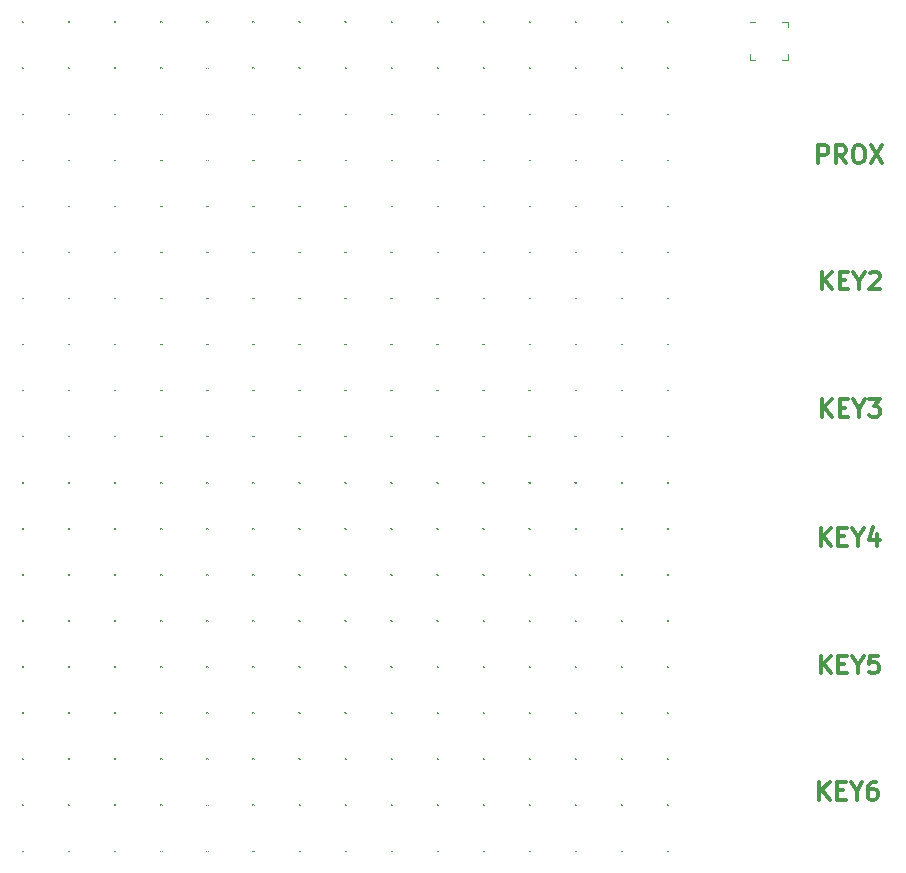
<source format=gbr>
%TF.GenerationSoftware,KiCad,Pcbnew,7.0.7*%
%TF.CreationDate,2023-12-11T13:03:46+01:00*%
%TF.ProjectId,flexAddressLedsV2,666c6578-4164-4647-9265-73734c656473,rev?*%
%TF.SameCoordinates,Original*%
%TF.FileFunction,Legend,Top*%
%TF.FilePolarity,Positive*%
%FSLAX46Y46*%
G04 Gerber Fmt 4.6, Leading zero omitted, Abs format (unit mm)*
G04 Created by KiCad (PCBNEW 7.0.7) date 2023-12-11 13:03:46*
%MOMM*%
%LPD*%
G01*
G04 APERTURE LIST*
%ADD10C,0.300000*%
%ADD11C,0.100000*%
%ADD12C,0.120000*%
G04 APERTURE END LIST*
D10*
X113154510Y-101200828D02*
X113154510Y-99700828D01*
X114011653Y-101200828D02*
X113368796Y-100343685D01*
X114011653Y-99700828D02*
X113154510Y-100557971D01*
X114654510Y-100415114D02*
X115154510Y-100415114D01*
X115368796Y-101200828D02*
X114654510Y-101200828D01*
X114654510Y-101200828D02*
X114654510Y-99700828D01*
X114654510Y-99700828D02*
X115368796Y-99700828D01*
X116297368Y-100486542D02*
X116297368Y-101200828D01*
X115797368Y-99700828D02*
X116297368Y-100486542D01*
X116297368Y-100486542D02*
X116797368Y-99700828D01*
X117940225Y-99700828D02*
X117654510Y-99700828D01*
X117654510Y-99700828D02*
X117511653Y-99772257D01*
X117511653Y-99772257D02*
X117440225Y-99843685D01*
X117440225Y-99843685D02*
X117297367Y-100057971D01*
X117297367Y-100057971D02*
X117225939Y-100343685D01*
X117225939Y-100343685D02*
X117225939Y-100915114D01*
X117225939Y-100915114D02*
X117297367Y-101057971D01*
X117297367Y-101057971D02*
X117368796Y-101129400D01*
X117368796Y-101129400D02*
X117511653Y-101200828D01*
X117511653Y-101200828D02*
X117797367Y-101200828D01*
X117797367Y-101200828D02*
X117940225Y-101129400D01*
X117940225Y-101129400D02*
X118011653Y-101057971D01*
X118011653Y-101057971D02*
X118083082Y-100915114D01*
X118083082Y-100915114D02*
X118083082Y-100557971D01*
X118083082Y-100557971D02*
X118011653Y-100415114D01*
X118011653Y-100415114D02*
X117940225Y-100343685D01*
X117940225Y-100343685D02*
X117797367Y-100272257D01*
X117797367Y-100272257D02*
X117511653Y-100272257D01*
X117511653Y-100272257D02*
X117368796Y-100343685D01*
X117368796Y-100343685D02*
X117297367Y-100415114D01*
X117297367Y-100415114D02*
X117225939Y-100557971D01*
X113254510Y-90500828D02*
X113254510Y-89000828D01*
X114111653Y-90500828D02*
X113468796Y-89643685D01*
X114111653Y-89000828D02*
X113254510Y-89857971D01*
X114754510Y-89715114D02*
X115254510Y-89715114D01*
X115468796Y-90500828D02*
X114754510Y-90500828D01*
X114754510Y-90500828D02*
X114754510Y-89000828D01*
X114754510Y-89000828D02*
X115468796Y-89000828D01*
X116397368Y-89786542D02*
X116397368Y-90500828D01*
X115897368Y-89000828D02*
X116397368Y-89786542D01*
X116397368Y-89786542D02*
X116897368Y-89000828D01*
X118111653Y-89000828D02*
X117397367Y-89000828D01*
X117397367Y-89000828D02*
X117325939Y-89715114D01*
X117325939Y-89715114D02*
X117397367Y-89643685D01*
X117397367Y-89643685D02*
X117540225Y-89572257D01*
X117540225Y-89572257D02*
X117897367Y-89572257D01*
X117897367Y-89572257D02*
X118040225Y-89643685D01*
X118040225Y-89643685D02*
X118111653Y-89715114D01*
X118111653Y-89715114D02*
X118183082Y-89857971D01*
X118183082Y-89857971D02*
X118183082Y-90215114D01*
X118183082Y-90215114D02*
X118111653Y-90357971D01*
X118111653Y-90357971D02*
X118040225Y-90429400D01*
X118040225Y-90429400D02*
X117897367Y-90500828D01*
X117897367Y-90500828D02*
X117540225Y-90500828D01*
X117540225Y-90500828D02*
X117397367Y-90429400D01*
X117397367Y-90429400D02*
X117325939Y-90357971D01*
X113354510Y-68800828D02*
X113354510Y-67300828D01*
X114211653Y-68800828D02*
X113568796Y-67943685D01*
X114211653Y-67300828D02*
X113354510Y-68157971D01*
X114854510Y-68015114D02*
X115354510Y-68015114D01*
X115568796Y-68800828D02*
X114854510Y-68800828D01*
X114854510Y-68800828D02*
X114854510Y-67300828D01*
X114854510Y-67300828D02*
X115568796Y-67300828D01*
X116497368Y-68086542D02*
X116497368Y-68800828D01*
X115997368Y-67300828D02*
X116497368Y-68086542D01*
X116497368Y-68086542D02*
X116997368Y-67300828D01*
X117354510Y-67300828D02*
X118283082Y-67300828D01*
X118283082Y-67300828D02*
X117783082Y-67872257D01*
X117783082Y-67872257D02*
X117997367Y-67872257D01*
X117997367Y-67872257D02*
X118140225Y-67943685D01*
X118140225Y-67943685D02*
X118211653Y-68015114D01*
X118211653Y-68015114D02*
X118283082Y-68157971D01*
X118283082Y-68157971D02*
X118283082Y-68515114D01*
X118283082Y-68515114D02*
X118211653Y-68657971D01*
X118211653Y-68657971D02*
X118140225Y-68729400D01*
X118140225Y-68729400D02*
X117997367Y-68800828D01*
X117997367Y-68800828D02*
X117568796Y-68800828D01*
X117568796Y-68800828D02*
X117425939Y-68729400D01*
X117425939Y-68729400D02*
X117354510Y-68657971D01*
X113354510Y-58000828D02*
X113354510Y-56500828D01*
X114211653Y-58000828D02*
X113568796Y-57143685D01*
X114211653Y-56500828D02*
X113354510Y-57357971D01*
X114854510Y-57215114D02*
X115354510Y-57215114D01*
X115568796Y-58000828D02*
X114854510Y-58000828D01*
X114854510Y-58000828D02*
X114854510Y-56500828D01*
X114854510Y-56500828D02*
X115568796Y-56500828D01*
X116497368Y-57286542D02*
X116497368Y-58000828D01*
X115997368Y-56500828D02*
X116497368Y-57286542D01*
X116497368Y-57286542D02*
X116997368Y-56500828D01*
X117425939Y-56643685D02*
X117497367Y-56572257D01*
X117497367Y-56572257D02*
X117640225Y-56500828D01*
X117640225Y-56500828D02*
X117997367Y-56500828D01*
X117997367Y-56500828D02*
X118140225Y-56572257D01*
X118140225Y-56572257D02*
X118211653Y-56643685D01*
X118211653Y-56643685D02*
X118283082Y-56786542D01*
X118283082Y-56786542D02*
X118283082Y-56929400D01*
X118283082Y-56929400D02*
X118211653Y-57143685D01*
X118211653Y-57143685D02*
X117354510Y-58000828D01*
X117354510Y-58000828D02*
X118283082Y-58000828D01*
X113054510Y-47300828D02*
X113054510Y-45800828D01*
X113054510Y-45800828D02*
X113625939Y-45800828D01*
X113625939Y-45800828D02*
X113768796Y-45872257D01*
X113768796Y-45872257D02*
X113840225Y-45943685D01*
X113840225Y-45943685D02*
X113911653Y-46086542D01*
X113911653Y-46086542D02*
X113911653Y-46300828D01*
X113911653Y-46300828D02*
X113840225Y-46443685D01*
X113840225Y-46443685D02*
X113768796Y-46515114D01*
X113768796Y-46515114D02*
X113625939Y-46586542D01*
X113625939Y-46586542D02*
X113054510Y-46586542D01*
X115411653Y-47300828D02*
X114911653Y-46586542D01*
X114554510Y-47300828D02*
X114554510Y-45800828D01*
X114554510Y-45800828D02*
X115125939Y-45800828D01*
X115125939Y-45800828D02*
X115268796Y-45872257D01*
X115268796Y-45872257D02*
X115340225Y-45943685D01*
X115340225Y-45943685D02*
X115411653Y-46086542D01*
X115411653Y-46086542D02*
X115411653Y-46300828D01*
X115411653Y-46300828D02*
X115340225Y-46443685D01*
X115340225Y-46443685D02*
X115268796Y-46515114D01*
X115268796Y-46515114D02*
X115125939Y-46586542D01*
X115125939Y-46586542D02*
X114554510Y-46586542D01*
X116340225Y-45800828D02*
X116625939Y-45800828D01*
X116625939Y-45800828D02*
X116768796Y-45872257D01*
X116768796Y-45872257D02*
X116911653Y-46015114D01*
X116911653Y-46015114D02*
X116983082Y-46300828D01*
X116983082Y-46300828D02*
X116983082Y-46800828D01*
X116983082Y-46800828D02*
X116911653Y-47086542D01*
X116911653Y-47086542D02*
X116768796Y-47229400D01*
X116768796Y-47229400D02*
X116625939Y-47300828D01*
X116625939Y-47300828D02*
X116340225Y-47300828D01*
X116340225Y-47300828D02*
X116197368Y-47229400D01*
X116197368Y-47229400D02*
X116054510Y-47086542D01*
X116054510Y-47086542D02*
X115983082Y-46800828D01*
X115983082Y-46800828D02*
X115983082Y-46300828D01*
X115983082Y-46300828D02*
X116054510Y-46015114D01*
X116054510Y-46015114D02*
X116197368Y-45872257D01*
X116197368Y-45872257D02*
X116340225Y-45800828D01*
X117483082Y-45800828D02*
X118483082Y-47300828D01*
X118483082Y-45800828D02*
X117483082Y-47300828D01*
X113254510Y-79700828D02*
X113254510Y-78200828D01*
X114111653Y-79700828D02*
X113468796Y-78843685D01*
X114111653Y-78200828D02*
X113254510Y-79057971D01*
X114754510Y-78915114D02*
X115254510Y-78915114D01*
X115468796Y-79700828D02*
X114754510Y-79700828D01*
X114754510Y-79700828D02*
X114754510Y-78200828D01*
X114754510Y-78200828D02*
X115468796Y-78200828D01*
X116397368Y-78986542D02*
X116397368Y-79700828D01*
X115897368Y-78200828D02*
X116397368Y-78986542D01*
X116397368Y-78986542D02*
X116897368Y-78200828D01*
X118040225Y-78700828D02*
X118040225Y-79700828D01*
X117683082Y-78129400D02*
X117325939Y-79200828D01*
X117325939Y-79200828D02*
X118254510Y-79200828D01*
D11*
%TO.C,IC1*%
X45650000Y-35350000D02*
X45650000Y-35350000D01*
X45750000Y-35350000D02*
X45750000Y-35350000D01*
X45750000Y-35350000D02*
G75*
G03*
X45650000Y-35350000I-50000J0D01*
G01*
X45650000Y-35350000D02*
G75*
G03*
X45750000Y-35350000I50000J0D01*
G01*
%TO.C,IC225*%
X100250000Y-89950000D02*
X100250000Y-89950000D01*
X100350000Y-89950000D02*
X100350000Y-89950000D01*
X100350000Y-89950000D02*
G75*
G03*
X100250000Y-89950000I-50000J0D01*
G01*
X100250000Y-89950000D02*
G75*
G03*
X100350000Y-89950000I50000J0D01*
G01*
%TO.C,IC105*%
X100250000Y-58750000D02*
X100250000Y-58750000D01*
X100350000Y-58750000D02*
X100350000Y-58750000D01*
X100350000Y-58750000D02*
G75*
G03*
X100250000Y-58750000I-50000J0D01*
G01*
X100250000Y-58750000D02*
G75*
G03*
X100350000Y-58750000I50000J0D01*
G01*
%TO.C,IC170*%
X61250000Y-78250000D02*
X61250000Y-78250000D01*
X61350000Y-78250000D02*
X61350000Y-78250000D01*
X61350000Y-78250000D02*
G75*
G03*
X61250000Y-78250000I-50000J0D01*
G01*
X61250000Y-78250000D02*
G75*
G03*
X61350000Y-78250000I50000J0D01*
G01*
%TO.C,IC66*%
X65150000Y-50950000D02*
X65150000Y-50950000D01*
X65250000Y-50950000D02*
X65250000Y-50950000D01*
X65250000Y-50950000D02*
G75*
G03*
X65150000Y-50950000I-50000J0D01*
G01*
X65150000Y-50950000D02*
G75*
G03*
X65250000Y-50950000I50000J0D01*
G01*
%TO.C,IC167*%
X49550000Y-78250000D02*
X49550000Y-78250000D01*
X49650000Y-78250000D02*
X49650000Y-78250000D01*
X49650000Y-78250000D02*
G75*
G03*
X49550000Y-78250000I-50000J0D01*
G01*
X49550000Y-78250000D02*
G75*
G03*
X49650000Y-78250000I50000J0D01*
G01*
%TO.C,IC226*%
X45650000Y-93850000D02*
X45650000Y-93850000D01*
X45750000Y-93850000D02*
X45750000Y-93850000D01*
X45750000Y-93850000D02*
G75*
G03*
X45650000Y-93850000I-50000J0D01*
G01*
X45650000Y-93850000D02*
G75*
G03*
X45750000Y-93850000I50000J0D01*
G01*
%TO.C,IC132*%
X88550000Y-66550000D02*
X88550000Y-66550000D01*
X88650000Y-66550000D02*
X88650000Y-66550000D01*
X88650000Y-66550000D02*
G75*
G03*
X88550000Y-66550000I-50000J0D01*
G01*
X88550000Y-66550000D02*
G75*
G03*
X88650000Y-66550000I50000J0D01*
G01*
%TO.C,IC56*%
X84650000Y-47050000D02*
X84650000Y-47050000D01*
X84750000Y-47050000D02*
X84750000Y-47050000D01*
X84750000Y-47050000D02*
G75*
G03*
X84650000Y-47050000I-50000J0D01*
G01*
X84650000Y-47050000D02*
G75*
G03*
X84750000Y-47050000I50000J0D01*
G01*
%TO.C,IC275*%
X61250000Y-105550000D02*
X61250000Y-105550000D01*
X61350000Y-105550000D02*
X61350000Y-105550000D01*
X61350000Y-105550000D02*
G75*
G03*
X61250000Y-105550000I-50000J0D01*
G01*
X61250000Y-105550000D02*
G75*
G03*
X61350000Y-105550000I50000J0D01*
G01*
%TO.C,IC121*%
X45650000Y-66550000D02*
X45650000Y-66550000D01*
X45750000Y-66550000D02*
X45750000Y-66550000D01*
X45750000Y-66550000D02*
G75*
G03*
X45650000Y-66550000I-50000J0D01*
G01*
X45650000Y-66550000D02*
G75*
G03*
X45750000Y-66550000I50000J0D01*
G01*
%TO.C,IC29*%
X96350000Y-39250000D02*
X96350000Y-39250000D01*
X96450000Y-39250000D02*
X96450000Y-39250000D01*
X96450000Y-39250000D02*
G75*
G03*
X96350000Y-39250000I-50000J0D01*
G01*
X96350000Y-39250000D02*
G75*
G03*
X96450000Y-39250000I50000J0D01*
G01*
%TO.C,IC189*%
X76850000Y-82150000D02*
X76850000Y-82150000D01*
X76950000Y-82150000D02*
X76950000Y-82150000D01*
X76950000Y-82150000D02*
G75*
G03*
X76850000Y-82150000I-50000J0D01*
G01*
X76850000Y-82150000D02*
G75*
G03*
X76950000Y-82150000I50000J0D01*
G01*
%TO.C,IC253*%
X92450000Y-97750000D02*
X92450000Y-97750000D01*
X92550000Y-97750000D02*
X92550000Y-97750000D01*
X92550000Y-97750000D02*
G75*
G03*
X92450000Y-97750000I-50000J0D01*
G01*
X92450000Y-97750000D02*
G75*
G03*
X92550000Y-97750000I50000J0D01*
G01*
%TO.C,IC123*%
X53450000Y-66550000D02*
X53450000Y-66550000D01*
X53550000Y-66550000D02*
X53550000Y-66550000D01*
X53550000Y-66550000D02*
G75*
G03*
X53450000Y-66550000I-50000J0D01*
G01*
X53450000Y-66550000D02*
G75*
G03*
X53550000Y-66550000I50000J0D01*
G01*
%TO.C,IC206*%
X84650000Y-86050000D02*
X84650000Y-86050000D01*
X84750000Y-86050000D02*
X84750000Y-86050000D01*
X84750000Y-86050000D02*
G75*
G03*
X84650000Y-86050000I-50000J0D01*
G01*
X84650000Y-86050000D02*
G75*
G03*
X84750000Y-86050000I50000J0D01*
G01*
%TO.C,IC95*%
X61250000Y-58750000D02*
X61250000Y-58750000D01*
X61350000Y-58750000D02*
X61350000Y-58750000D01*
X61350000Y-58750000D02*
G75*
G03*
X61250000Y-58750000I-50000J0D01*
G01*
X61250000Y-58750000D02*
G75*
G03*
X61350000Y-58750000I50000J0D01*
G01*
%TO.C,IC37*%
X69050000Y-43150000D02*
X69050000Y-43150000D01*
X69150000Y-43150000D02*
X69150000Y-43150000D01*
X69150000Y-43150000D02*
G75*
G03*
X69050000Y-43150000I-50000J0D01*
G01*
X69050000Y-43150000D02*
G75*
G03*
X69150000Y-43150000I50000J0D01*
G01*
%TO.C,IC205*%
X80750000Y-86050000D02*
X80750000Y-86050000D01*
X80850000Y-86050000D02*
X80850000Y-86050000D01*
X80850000Y-86050000D02*
G75*
G03*
X80750000Y-86050000I-50000J0D01*
G01*
X80750000Y-86050000D02*
G75*
G03*
X80850000Y-86050000I50000J0D01*
G01*
%TO.C,IC185*%
X61250000Y-82150000D02*
X61250000Y-82150000D01*
X61350000Y-82150000D02*
X61350000Y-82150000D01*
X61350000Y-82150000D02*
G75*
G03*
X61250000Y-82150000I-50000J0D01*
G01*
X61250000Y-82150000D02*
G75*
G03*
X61350000Y-82150000I50000J0D01*
G01*
%TO.C,IC243*%
X53450000Y-97750000D02*
X53450000Y-97750000D01*
X53550000Y-97750000D02*
X53550000Y-97750000D01*
X53550000Y-97750000D02*
G75*
G03*
X53450000Y-97750000I-50000J0D01*
G01*
X53450000Y-97750000D02*
G75*
G03*
X53550000Y-97750000I50000J0D01*
G01*
%TO.C,IC166*%
X45650000Y-78250000D02*
X45650000Y-78250000D01*
X45750000Y-78250000D02*
X45750000Y-78250000D01*
X45750000Y-78250000D02*
G75*
G03*
X45650000Y-78250000I-50000J0D01*
G01*
X45650000Y-78250000D02*
G75*
G03*
X45750000Y-78250000I50000J0D01*
G01*
%TO.C,IC30*%
X100250000Y-39250000D02*
X100250000Y-39250000D01*
X100350000Y-39250000D02*
X100350000Y-39250000D01*
X100350000Y-39250000D02*
G75*
G03*
X100250000Y-39250000I-50000J0D01*
G01*
X100250000Y-39250000D02*
G75*
G03*
X100350000Y-39250000I50000J0D01*
G01*
%TO.C,IC25*%
X80750000Y-39250000D02*
X80750000Y-39250000D01*
X80850000Y-39250000D02*
X80850000Y-39250000D01*
X80850000Y-39250000D02*
G75*
G03*
X80750000Y-39250000I-50000J0D01*
G01*
X80750000Y-39250000D02*
G75*
G03*
X80850000Y-39250000I50000J0D01*
G01*
%TO.C,IC198*%
X53450000Y-86050000D02*
X53450000Y-86050000D01*
X53550000Y-86050000D02*
X53550000Y-86050000D01*
X53550000Y-86050000D02*
G75*
G03*
X53450000Y-86050000I-50000J0D01*
G01*
X53450000Y-86050000D02*
G75*
G03*
X53550000Y-86050000I50000J0D01*
G01*
%TO.C,IC48*%
X53450000Y-47050000D02*
X53450000Y-47050000D01*
X53550000Y-47050000D02*
X53550000Y-47050000D01*
X53550000Y-47050000D02*
G75*
G03*
X53450000Y-47050000I-50000J0D01*
G01*
X53450000Y-47050000D02*
G75*
G03*
X53550000Y-47050000I50000J0D01*
G01*
%TO.C,IC238*%
X92450000Y-93850000D02*
X92450000Y-93850000D01*
X92550000Y-93850000D02*
X92550000Y-93850000D01*
X92550000Y-93850000D02*
G75*
G03*
X92450000Y-93850000I-50000J0D01*
G01*
X92450000Y-93850000D02*
G75*
G03*
X92550000Y-93850000I50000J0D01*
G01*
%TO.C,IC5*%
X61250000Y-35350000D02*
X61250000Y-35350000D01*
X61350000Y-35350000D02*
X61350000Y-35350000D01*
X61350000Y-35350000D02*
G75*
G03*
X61250000Y-35350000I-50000J0D01*
G01*
X61250000Y-35350000D02*
G75*
G03*
X61350000Y-35350000I50000J0D01*
G01*
%TO.C,IC143*%
X72950000Y-70450000D02*
X72950000Y-70450000D01*
X73050000Y-70450000D02*
X73050000Y-70450000D01*
X73050000Y-70450000D02*
G75*
G03*
X72950000Y-70450000I-50000J0D01*
G01*
X72950000Y-70450000D02*
G75*
G03*
X73050000Y-70450000I50000J0D01*
G01*
%TO.C,IC42*%
X88550000Y-43150000D02*
X88550000Y-43150000D01*
X88650000Y-43150000D02*
X88650000Y-43150000D01*
X88650000Y-43150000D02*
G75*
G03*
X88550000Y-43150000I-50000J0D01*
G01*
X88550000Y-43150000D02*
G75*
G03*
X88650000Y-43150000I50000J0D01*
G01*
%TO.C,IC45*%
X100250000Y-43150000D02*
X100250000Y-43150000D01*
X100350000Y-43150000D02*
X100350000Y-43150000D01*
X100350000Y-43150000D02*
G75*
G03*
X100250000Y-43150000I-50000J0D01*
G01*
X100250000Y-43150000D02*
G75*
G03*
X100350000Y-43150000I50000J0D01*
G01*
%TO.C,IC106*%
X45650000Y-62650000D02*
X45650000Y-62650000D01*
X45750000Y-62650000D02*
X45750000Y-62650000D01*
X45750000Y-62650000D02*
G75*
G03*
X45650000Y-62650000I-50000J0D01*
G01*
X45650000Y-62650000D02*
G75*
G03*
X45750000Y-62650000I50000J0D01*
G01*
%TO.C,IC193*%
X92450000Y-82150000D02*
X92450000Y-82150000D01*
X92550000Y-82150000D02*
X92550000Y-82150000D01*
X92550000Y-82150000D02*
G75*
G03*
X92450000Y-82150000I-50000J0D01*
G01*
X92450000Y-82150000D02*
G75*
G03*
X92550000Y-82150000I50000J0D01*
G01*
%TO.C,IC160*%
X80750000Y-74350000D02*
X80750000Y-74350000D01*
X80850000Y-74350000D02*
X80850000Y-74350000D01*
X80850000Y-74350000D02*
G75*
G03*
X80750000Y-74350000I-50000J0D01*
G01*
X80750000Y-74350000D02*
G75*
G03*
X80850000Y-74350000I50000J0D01*
G01*
%TO.C,IC204*%
X76850000Y-86050000D02*
X76850000Y-86050000D01*
X76950000Y-86050000D02*
X76950000Y-86050000D01*
X76950000Y-86050000D02*
G75*
G03*
X76850000Y-86050000I-50000J0D01*
G01*
X76850000Y-86050000D02*
G75*
G03*
X76950000Y-86050000I50000J0D01*
G01*
%TO.C,IC72*%
X88550000Y-50950000D02*
X88550000Y-50950000D01*
X88650000Y-50950000D02*
X88650000Y-50950000D01*
X88650000Y-50950000D02*
G75*
G03*
X88550000Y-50950000I-50000J0D01*
G01*
X88550000Y-50950000D02*
G75*
G03*
X88650000Y-50950000I50000J0D01*
G01*
%TO.C,IC212*%
X49550000Y-89950000D02*
X49550000Y-89950000D01*
X49650000Y-89950000D02*
X49650000Y-89950000D01*
X49650000Y-89950000D02*
G75*
G03*
X49550000Y-89950000I-50000J0D01*
G01*
X49550000Y-89950000D02*
G75*
G03*
X49650000Y-89950000I50000J0D01*
G01*
%TO.C,IC279*%
X76850000Y-105550000D02*
X76850000Y-105550000D01*
X76950000Y-105550000D02*
X76950000Y-105550000D01*
X76950000Y-105550000D02*
G75*
G03*
X76850000Y-105550000I-50000J0D01*
G01*
X76850000Y-105550000D02*
G75*
G03*
X76950000Y-105550000I50000J0D01*
G01*
%TO.C,IC161*%
X84650000Y-74350000D02*
X84650000Y-74350000D01*
X84750000Y-74350000D02*
X84750000Y-74350000D01*
X84750000Y-74350000D02*
G75*
G03*
X84650000Y-74350000I-50000J0D01*
G01*
X84650000Y-74350000D02*
G75*
G03*
X84750000Y-74350000I50000J0D01*
G01*
%TO.C,IC229*%
X57350000Y-93850000D02*
X57350000Y-93850000D01*
X57450000Y-93850000D02*
X57450000Y-93850000D01*
X57450000Y-93850000D02*
G75*
G03*
X57350000Y-93850000I-50000J0D01*
G01*
X57350000Y-93850000D02*
G75*
G03*
X57450000Y-93850000I50000J0D01*
G01*
%TO.C,IC165*%
X100250000Y-74350000D02*
X100250000Y-74350000D01*
X100350000Y-74350000D02*
X100350000Y-74350000D01*
X100350000Y-74350000D02*
G75*
G03*
X100250000Y-74350000I-50000J0D01*
G01*
X100250000Y-74350000D02*
G75*
G03*
X100350000Y-74350000I50000J0D01*
G01*
%TO.C,IC9*%
X76850000Y-35350000D02*
X76850000Y-35350000D01*
X76950000Y-35350000D02*
X76950000Y-35350000D01*
X76950000Y-35350000D02*
G75*
G03*
X76850000Y-35350000I-50000J0D01*
G01*
X76850000Y-35350000D02*
G75*
G03*
X76950000Y-35350000I50000J0D01*
G01*
%TO.C,IC188*%
X72950000Y-82150000D02*
X72950000Y-82150000D01*
X73050000Y-82150000D02*
X73050000Y-82150000D01*
X73050000Y-82150000D02*
G75*
G03*
X72950000Y-82150000I-50000J0D01*
G01*
X72950000Y-82150000D02*
G75*
G03*
X73050000Y-82150000I50000J0D01*
G01*
%TO.C,IC14*%
X96350000Y-35350000D02*
X96350000Y-35350000D01*
X96450000Y-35350000D02*
X96450000Y-35350000D01*
X96450000Y-35350000D02*
G75*
G03*
X96350000Y-35350000I-50000J0D01*
G01*
X96350000Y-35350000D02*
G75*
G03*
X96450000Y-35350000I50000J0D01*
G01*
%TO.C,IC111*%
X65150000Y-62650000D02*
X65150000Y-62650000D01*
X65250000Y-62650000D02*
X65250000Y-62650000D01*
X65250000Y-62650000D02*
G75*
G03*
X65150000Y-62650000I-50000J0D01*
G01*
X65150000Y-62650000D02*
G75*
G03*
X65250000Y-62650000I50000J0D01*
G01*
%TO.C,IC218*%
X72950000Y-89950000D02*
X72950000Y-89950000D01*
X73050000Y-89950000D02*
X73050000Y-89950000D01*
X73050000Y-89950000D02*
G75*
G03*
X72950000Y-89950000I-50000J0D01*
G01*
X72950000Y-89950000D02*
G75*
G03*
X73050000Y-89950000I50000J0D01*
G01*
%TO.C,IC171*%
X65150000Y-78250000D02*
X65150000Y-78250000D01*
X65250000Y-78250000D02*
X65250000Y-78250000D01*
X65250000Y-78250000D02*
G75*
G03*
X65150000Y-78250000I-50000J0D01*
G01*
X65150000Y-78250000D02*
G75*
G03*
X65250000Y-78250000I50000J0D01*
G01*
%TO.C,IC85*%
X80750000Y-54850000D02*
X80750000Y-54850000D01*
X80850000Y-54850000D02*
X80850000Y-54850000D01*
X80850000Y-54850000D02*
G75*
G03*
X80750000Y-54850000I-50000J0D01*
G01*
X80750000Y-54850000D02*
G75*
G03*
X80850000Y-54850000I50000J0D01*
G01*
%TO.C,IC269*%
X96350000Y-101650000D02*
X96350000Y-101650000D01*
X96450000Y-101650000D02*
X96450000Y-101650000D01*
X96450000Y-101650000D02*
G75*
G03*
X96350000Y-101650000I-50000J0D01*
G01*
X96350000Y-101650000D02*
G75*
G03*
X96450000Y-101650000I50000J0D01*
G01*
%TO.C,IC277*%
X69050000Y-105550000D02*
X69050000Y-105550000D01*
X69150000Y-105550000D02*
X69150000Y-105550000D01*
X69150000Y-105550000D02*
G75*
G03*
X69050000Y-105550000I-50000J0D01*
G01*
X69050000Y-105550000D02*
G75*
G03*
X69150000Y-105550000I50000J0D01*
G01*
%TO.C,IC264*%
X76850000Y-101650000D02*
X76850000Y-101650000D01*
X76950000Y-101650000D02*
X76950000Y-101650000D01*
X76950000Y-101650000D02*
G75*
G03*
X76850000Y-101650000I-50000J0D01*
G01*
X76850000Y-101650000D02*
G75*
G03*
X76950000Y-101650000I50000J0D01*
G01*
%TO.C,IC129*%
X76850000Y-66550000D02*
X76850000Y-66550000D01*
X76950000Y-66550000D02*
X76950000Y-66550000D01*
X76950000Y-66550000D02*
G75*
G03*
X76850000Y-66550000I-50000J0D01*
G01*
X76850000Y-66550000D02*
G75*
G03*
X76950000Y-66550000I50000J0D01*
G01*
%TO.C,IC93*%
X53450000Y-58750000D02*
X53450000Y-58750000D01*
X53550000Y-58750000D02*
X53550000Y-58750000D01*
X53550000Y-58750000D02*
G75*
G03*
X53450000Y-58750000I-50000J0D01*
G01*
X53450000Y-58750000D02*
G75*
G03*
X53550000Y-58750000I50000J0D01*
G01*
%TO.C,IC146*%
X84650000Y-70450000D02*
X84650000Y-70450000D01*
X84750000Y-70450000D02*
X84750000Y-70450000D01*
X84750000Y-70450000D02*
G75*
G03*
X84650000Y-70450000I-50000J0D01*
G01*
X84650000Y-70450000D02*
G75*
G03*
X84750000Y-70450000I50000J0D01*
G01*
%TO.C,IC281*%
X84650000Y-105550000D02*
X84650000Y-105550000D01*
X84750000Y-105550000D02*
X84750000Y-105550000D01*
X84750000Y-105550000D02*
G75*
G03*
X84650000Y-105550000I-50000J0D01*
G01*
X84650000Y-105550000D02*
G75*
G03*
X84750000Y-105550000I50000J0D01*
G01*
%TO.C,IC190*%
X80750000Y-82150000D02*
X80750000Y-82150000D01*
X80850000Y-82150000D02*
X80850000Y-82150000D01*
X80850000Y-82150000D02*
G75*
G03*
X80750000Y-82150000I-50000J0D01*
G01*
X80750000Y-82150000D02*
G75*
G03*
X80850000Y-82150000I50000J0D01*
G01*
%TO.C,IC112*%
X69050000Y-62650000D02*
X69050000Y-62650000D01*
X69150000Y-62650000D02*
X69150000Y-62650000D01*
X69150000Y-62650000D02*
G75*
G03*
X69050000Y-62650000I-50000J0D01*
G01*
X69050000Y-62650000D02*
G75*
G03*
X69150000Y-62650000I50000J0D01*
G01*
%TO.C,IC35*%
X61250000Y-43150000D02*
X61250000Y-43150000D01*
X61350000Y-43150000D02*
X61350000Y-43150000D01*
X61350000Y-43150000D02*
G75*
G03*
X61250000Y-43150000I-50000J0D01*
G01*
X61250000Y-43150000D02*
G75*
G03*
X61350000Y-43150000I50000J0D01*
G01*
%TO.C,IC71*%
X84650000Y-50950000D02*
X84650000Y-50950000D01*
X84750000Y-50950000D02*
X84750000Y-50950000D01*
X84750000Y-50950000D02*
G75*
G03*
X84650000Y-50950000I-50000J0D01*
G01*
X84650000Y-50950000D02*
G75*
G03*
X84750000Y-50950000I50000J0D01*
G01*
%TO.C,IC195*%
X100250000Y-82150000D02*
X100250000Y-82150000D01*
X100350000Y-82150000D02*
X100350000Y-82150000D01*
X100350000Y-82150000D02*
G75*
G03*
X100250000Y-82150000I-50000J0D01*
G01*
X100250000Y-82150000D02*
G75*
G03*
X100350000Y-82150000I50000J0D01*
G01*
%TO.C,IC59*%
X96350000Y-47050000D02*
X96350000Y-47050000D01*
X96450000Y-47050000D02*
X96450000Y-47050000D01*
X96450000Y-47050000D02*
G75*
G03*
X96350000Y-47050000I-50000J0D01*
G01*
X96350000Y-47050000D02*
G75*
G03*
X96450000Y-47050000I50000J0D01*
G01*
%TO.C,IC33*%
X53450000Y-43150000D02*
X53450000Y-43150000D01*
X53550000Y-43150000D02*
X53550000Y-43150000D01*
X53550000Y-43150000D02*
G75*
G03*
X53450000Y-43150000I-50000J0D01*
G01*
X53450000Y-43150000D02*
G75*
G03*
X53550000Y-43150000I50000J0D01*
G01*
%TO.C,IC154*%
X57350000Y-74350000D02*
X57350000Y-74350000D01*
X57450000Y-74350000D02*
X57450000Y-74350000D01*
X57450000Y-74350000D02*
G75*
G03*
X57350000Y-74350000I-50000J0D01*
G01*
X57350000Y-74350000D02*
G75*
G03*
X57450000Y-74350000I50000J0D01*
G01*
%TO.C,IC136*%
X45650000Y-70450000D02*
X45650000Y-70450000D01*
X45750000Y-70450000D02*
X45750000Y-70450000D01*
X45750000Y-70450000D02*
G75*
G03*
X45650000Y-70450000I-50000J0D01*
G01*
X45650000Y-70450000D02*
G75*
G03*
X45750000Y-70450000I50000J0D01*
G01*
%TO.C,IC3*%
X53450000Y-35350000D02*
X53450000Y-35350000D01*
X53550000Y-35350000D02*
X53550000Y-35350000D01*
X53550000Y-35350000D02*
G75*
G03*
X53450000Y-35350000I-50000J0D01*
G01*
X53450000Y-35350000D02*
G75*
G03*
X53550000Y-35350000I50000J0D01*
G01*
%TO.C,IC192*%
X88550000Y-82150000D02*
X88550000Y-82150000D01*
X88650000Y-82150000D02*
X88650000Y-82150000D01*
X88650000Y-82150000D02*
G75*
G03*
X88550000Y-82150000I-50000J0D01*
G01*
X88550000Y-82150000D02*
G75*
G03*
X88650000Y-82150000I50000J0D01*
G01*
%TO.C,IC180*%
X100250000Y-78250000D02*
X100250000Y-78250000D01*
X100350000Y-78250000D02*
X100350000Y-78250000D01*
X100350000Y-78250000D02*
G75*
G03*
X100250000Y-78250000I-50000J0D01*
G01*
X100250000Y-78250000D02*
G75*
G03*
X100350000Y-78250000I50000J0D01*
G01*
%TO.C,IC262*%
X69050000Y-101650000D02*
X69050000Y-101650000D01*
X69150000Y-101650000D02*
X69150000Y-101650000D01*
X69150000Y-101650000D02*
G75*
G03*
X69050000Y-101650000I-50000J0D01*
G01*
X69050000Y-101650000D02*
G75*
G03*
X69150000Y-101650000I50000J0D01*
G01*
%TO.C,IC202*%
X69050000Y-86050000D02*
X69050000Y-86050000D01*
X69150000Y-86050000D02*
X69150000Y-86050000D01*
X69150000Y-86050000D02*
G75*
G03*
X69050000Y-86050000I-50000J0D01*
G01*
X69050000Y-86050000D02*
G75*
G03*
X69150000Y-86050000I50000J0D01*
G01*
%TO.C,IC133*%
X92450000Y-66550000D02*
X92450000Y-66550000D01*
X92550000Y-66550000D02*
X92550000Y-66550000D01*
X92550000Y-66550000D02*
G75*
G03*
X92450000Y-66550000I-50000J0D01*
G01*
X92450000Y-66550000D02*
G75*
G03*
X92550000Y-66550000I50000J0D01*
G01*
%TO.C,IC175*%
X80750000Y-78250000D02*
X80750000Y-78250000D01*
X80850000Y-78250000D02*
X80850000Y-78250000D01*
X80850000Y-78250000D02*
G75*
G03*
X80750000Y-78250000I-50000J0D01*
G01*
X80750000Y-78250000D02*
G75*
G03*
X80850000Y-78250000I50000J0D01*
G01*
%TO.C,IC259*%
X57350000Y-101650000D02*
X57350000Y-101650000D01*
X57450000Y-101650000D02*
X57450000Y-101650000D01*
X57450000Y-101650000D02*
G75*
G03*
X57350000Y-101650000I-50000J0D01*
G01*
X57350000Y-101650000D02*
G75*
G03*
X57450000Y-101650000I50000J0D01*
G01*
%TO.C,IC87*%
X88550000Y-54850000D02*
X88550000Y-54850000D01*
X88650000Y-54850000D02*
X88650000Y-54850000D01*
X88650000Y-54850000D02*
G75*
G03*
X88550000Y-54850000I-50000J0D01*
G01*
X88550000Y-54850000D02*
G75*
G03*
X88650000Y-54850000I50000J0D01*
G01*
%TO.C,IC62*%
X49550000Y-50950000D02*
X49550000Y-50950000D01*
X49650000Y-50950000D02*
X49650000Y-50950000D01*
X49650000Y-50950000D02*
G75*
G03*
X49550000Y-50950000I-50000J0D01*
G01*
X49550000Y-50950000D02*
G75*
G03*
X49650000Y-50950000I50000J0D01*
G01*
%TO.C,IC51*%
X65150000Y-47050000D02*
X65150000Y-47050000D01*
X65250000Y-47050000D02*
X65250000Y-47050000D01*
X65250000Y-47050000D02*
G75*
G03*
X65150000Y-47050000I-50000J0D01*
G01*
X65150000Y-47050000D02*
G75*
G03*
X65250000Y-47050000I50000J0D01*
G01*
%TO.C,IC124*%
X57350000Y-66550000D02*
X57350000Y-66550000D01*
X57450000Y-66550000D02*
X57450000Y-66550000D01*
X57450000Y-66550000D02*
G75*
G03*
X57350000Y-66550000I-50000J0D01*
G01*
X57350000Y-66550000D02*
G75*
G03*
X57450000Y-66550000I50000J0D01*
G01*
%TO.C,IC250*%
X80750000Y-97750000D02*
X80750000Y-97750000D01*
X80850000Y-97750000D02*
X80850000Y-97750000D01*
X80850000Y-97750000D02*
G75*
G03*
X80750000Y-97750000I-50000J0D01*
G01*
X80750000Y-97750000D02*
G75*
G03*
X80850000Y-97750000I50000J0D01*
G01*
%TO.C,IC158*%
X72950000Y-74350000D02*
X72950000Y-74350000D01*
X73050000Y-74350000D02*
X73050000Y-74350000D01*
X73050000Y-74350000D02*
G75*
G03*
X72950000Y-74350000I-50000J0D01*
G01*
X72950000Y-74350000D02*
G75*
G03*
X73050000Y-74350000I50000J0D01*
G01*
%TO.C,IC50*%
X61250000Y-47050000D02*
X61250000Y-47050000D01*
X61350000Y-47050000D02*
X61350000Y-47050000D01*
X61350000Y-47050000D02*
G75*
G03*
X61250000Y-47050000I-50000J0D01*
G01*
X61250000Y-47050000D02*
G75*
G03*
X61350000Y-47050000I50000J0D01*
G01*
%TO.C,IC64*%
X57350000Y-50950000D02*
X57350000Y-50950000D01*
X57450000Y-50950000D02*
X57450000Y-50950000D01*
X57450000Y-50950000D02*
G75*
G03*
X57350000Y-50950000I-50000J0D01*
G01*
X57350000Y-50950000D02*
G75*
G03*
X57450000Y-50950000I50000J0D01*
G01*
%TO.C,IC191*%
X84650000Y-82150000D02*
X84650000Y-82150000D01*
X84750000Y-82150000D02*
X84750000Y-82150000D01*
X84750000Y-82150000D02*
G75*
G03*
X84650000Y-82150000I-50000J0D01*
G01*
X84650000Y-82150000D02*
G75*
G03*
X84750000Y-82150000I50000J0D01*
G01*
%TO.C,IC88*%
X92450000Y-54850000D02*
X92450000Y-54850000D01*
X92550000Y-54850000D02*
X92550000Y-54850000D01*
X92550000Y-54850000D02*
G75*
G03*
X92450000Y-54850000I-50000J0D01*
G01*
X92450000Y-54850000D02*
G75*
G03*
X92550000Y-54850000I50000J0D01*
G01*
%TO.C,IC174*%
X76850000Y-78250000D02*
X76850000Y-78250000D01*
X76950000Y-78250000D02*
X76950000Y-78250000D01*
X76950000Y-78250000D02*
G75*
G03*
X76850000Y-78250000I-50000J0D01*
G01*
X76850000Y-78250000D02*
G75*
G03*
X76950000Y-78250000I50000J0D01*
G01*
%TO.C,IC122*%
X49550000Y-66550000D02*
X49550000Y-66550000D01*
X49650000Y-66550000D02*
X49650000Y-66550000D01*
X49650000Y-66550000D02*
G75*
G03*
X49550000Y-66550000I-50000J0D01*
G01*
X49550000Y-66550000D02*
G75*
G03*
X49650000Y-66550000I50000J0D01*
G01*
%TO.C,IC141*%
X65150000Y-70450000D02*
X65150000Y-70450000D01*
X65250000Y-70450000D02*
X65250000Y-70450000D01*
X65250000Y-70450000D02*
G75*
G03*
X65150000Y-70450000I-50000J0D01*
G01*
X65150000Y-70450000D02*
G75*
G03*
X65250000Y-70450000I50000J0D01*
G01*
%TO.C,IC103*%
X92450000Y-58750000D02*
X92450000Y-58750000D01*
X92550000Y-58750000D02*
X92550000Y-58750000D01*
X92550000Y-58750000D02*
G75*
G03*
X92450000Y-58750000I-50000J0D01*
G01*
X92450000Y-58750000D02*
G75*
G03*
X92550000Y-58750000I50000J0D01*
G01*
%TO.C,IC249*%
X76850000Y-97750000D02*
X76850000Y-97750000D01*
X76950000Y-97750000D02*
X76950000Y-97750000D01*
X76950000Y-97750000D02*
G75*
G03*
X76850000Y-97750000I-50000J0D01*
G01*
X76850000Y-97750000D02*
G75*
G03*
X76950000Y-97750000I50000J0D01*
G01*
%TO.C,IC92*%
X49550000Y-58750000D02*
X49550000Y-58750000D01*
X49650000Y-58750000D02*
X49650000Y-58750000D01*
X49650000Y-58750000D02*
G75*
G03*
X49550000Y-58750000I-50000J0D01*
G01*
X49550000Y-58750000D02*
G75*
G03*
X49650000Y-58750000I50000J0D01*
G01*
%TO.C,IC82*%
X69050000Y-54850000D02*
X69050000Y-54850000D01*
X69150000Y-54850000D02*
X69150000Y-54850000D01*
X69150000Y-54850000D02*
G75*
G03*
X69050000Y-54850000I-50000J0D01*
G01*
X69050000Y-54850000D02*
G75*
G03*
X69150000Y-54850000I50000J0D01*
G01*
%TO.C,IC184*%
X57350000Y-82150000D02*
X57350000Y-82150000D01*
X57450000Y-82150000D02*
X57450000Y-82150000D01*
X57450000Y-82150000D02*
G75*
G03*
X57350000Y-82150000I-50000J0D01*
G01*
X57350000Y-82150000D02*
G75*
G03*
X57450000Y-82150000I50000J0D01*
G01*
%TO.C,IC84*%
X76850000Y-54850000D02*
X76850000Y-54850000D01*
X76950000Y-54850000D02*
X76950000Y-54850000D01*
X76950000Y-54850000D02*
G75*
G03*
X76850000Y-54850000I-50000J0D01*
G01*
X76850000Y-54850000D02*
G75*
G03*
X76950000Y-54850000I50000J0D01*
G01*
%TO.C,IC131*%
X84650000Y-66550000D02*
X84650000Y-66550000D01*
X84750000Y-66550000D02*
X84750000Y-66550000D01*
X84750000Y-66550000D02*
G75*
G03*
X84650000Y-66550000I-50000J0D01*
G01*
X84650000Y-66550000D02*
G75*
G03*
X84750000Y-66550000I50000J0D01*
G01*
%TO.C,IC18*%
X53450000Y-39250000D02*
X53450000Y-39250000D01*
X53550000Y-39250000D02*
X53550000Y-39250000D01*
X53550000Y-39250000D02*
G75*
G03*
X53450000Y-39250000I-50000J0D01*
G01*
X53450000Y-39250000D02*
G75*
G03*
X53550000Y-39250000I50000J0D01*
G01*
%TO.C,IC68*%
X72950000Y-50950000D02*
X72950000Y-50950000D01*
X73050000Y-50950000D02*
X73050000Y-50950000D01*
X73050000Y-50950000D02*
G75*
G03*
X72950000Y-50950000I-50000J0D01*
G01*
X72950000Y-50950000D02*
G75*
G03*
X73050000Y-50950000I50000J0D01*
G01*
%TO.C,IC43*%
X92450000Y-43150000D02*
X92450000Y-43150000D01*
X92550000Y-43150000D02*
X92550000Y-43150000D01*
X92550000Y-43150000D02*
G75*
G03*
X92450000Y-43150000I-50000J0D01*
G01*
X92450000Y-43150000D02*
G75*
G03*
X92550000Y-43150000I50000J0D01*
G01*
%TO.C,IC266*%
X84650000Y-101650000D02*
X84650000Y-101650000D01*
X84750000Y-101650000D02*
X84750000Y-101650000D01*
X84750000Y-101650000D02*
G75*
G03*
X84650000Y-101650000I-50000J0D01*
G01*
X84650000Y-101650000D02*
G75*
G03*
X84750000Y-101650000I50000J0D01*
G01*
%TO.C,IC245*%
X61250000Y-97750000D02*
X61250000Y-97750000D01*
X61350000Y-97750000D02*
X61350000Y-97750000D01*
X61350000Y-97750000D02*
G75*
G03*
X61250000Y-97750000I-50000J0D01*
G01*
X61250000Y-97750000D02*
G75*
G03*
X61350000Y-97750000I50000J0D01*
G01*
%TO.C,IC224*%
X96350000Y-89950000D02*
X96350000Y-89950000D01*
X96450000Y-89950000D02*
X96450000Y-89950000D01*
X96450000Y-89950000D02*
G75*
G03*
X96350000Y-89950000I-50000J0D01*
G01*
X96350000Y-89950000D02*
G75*
G03*
X96450000Y-89950000I50000J0D01*
G01*
%TO.C,IC251*%
X84650000Y-97750000D02*
X84650000Y-97750000D01*
X84750000Y-97750000D02*
X84750000Y-97750000D01*
X84750000Y-97750000D02*
G75*
G03*
X84650000Y-97750000I-50000J0D01*
G01*
X84650000Y-97750000D02*
G75*
G03*
X84750000Y-97750000I50000J0D01*
G01*
%TO.C,IC282*%
X88550000Y-105550000D02*
X88550000Y-105550000D01*
X88650000Y-105550000D02*
X88650000Y-105550000D01*
X88650000Y-105550000D02*
G75*
G03*
X88550000Y-105550000I-50000J0D01*
G01*
X88550000Y-105550000D02*
G75*
G03*
X88650000Y-105550000I50000J0D01*
G01*
%TO.C,IC213*%
X53450000Y-89950000D02*
X53450000Y-89950000D01*
X53550000Y-89950000D02*
X53550000Y-89950000D01*
X53550000Y-89950000D02*
G75*
G03*
X53450000Y-89950000I-50000J0D01*
G01*
X53450000Y-89950000D02*
G75*
G03*
X53550000Y-89950000I50000J0D01*
G01*
%TO.C,IC73*%
X92450000Y-50950000D02*
X92450000Y-50950000D01*
X92550000Y-50950000D02*
X92550000Y-50950000D01*
X92550000Y-50950000D02*
G75*
G03*
X92450000Y-50950000I-50000J0D01*
G01*
X92450000Y-50950000D02*
G75*
G03*
X92550000Y-50950000I50000J0D01*
G01*
%TO.C,IC100*%
X80750000Y-58750000D02*
X80750000Y-58750000D01*
X80850000Y-58750000D02*
X80850000Y-58750000D01*
X80850000Y-58750000D02*
G75*
G03*
X80750000Y-58750000I-50000J0D01*
G01*
X80750000Y-58750000D02*
G75*
G03*
X80850000Y-58750000I50000J0D01*
G01*
%TO.C,IC215*%
X61250000Y-89950000D02*
X61250000Y-89950000D01*
X61350000Y-89950000D02*
X61350000Y-89950000D01*
X61350000Y-89950000D02*
G75*
G03*
X61250000Y-89950000I-50000J0D01*
G01*
X61250000Y-89950000D02*
G75*
G03*
X61350000Y-89950000I50000J0D01*
G01*
%TO.C,IC285*%
X100250000Y-105550000D02*
X100250000Y-105550000D01*
X100350000Y-105550000D02*
X100350000Y-105550000D01*
X100350000Y-105550000D02*
G75*
G03*
X100250000Y-105550000I-50000J0D01*
G01*
X100250000Y-105550000D02*
G75*
G03*
X100350000Y-105550000I50000J0D01*
G01*
%TO.C,IC183*%
X53450000Y-82150000D02*
X53450000Y-82150000D01*
X53550000Y-82150000D02*
X53550000Y-82150000D01*
X53550000Y-82150000D02*
G75*
G03*
X53450000Y-82150000I-50000J0D01*
G01*
X53450000Y-82150000D02*
G75*
G03*
X53550000Y-82150000I50000J0D01*
G01*
%TO.C,IC57*%
X88550000Y-47050000D02*
X88550000Y-47050000D01*
X88650000Y-47050000D02*
X88650000Y-47050000D01*
X88650000Y-47050000D02*
G75*
G03*
X88550000Y-47050000I-50000J0D01*
G01*
X88550000Y-47050000D02*
G75*
G03*
X88650000Y-47050000I50000J0D01*
G01*
%TO.C,IC128*%
X72950000Y-66550000D02*
X72950000Y-66550000D01*
X73050000Y-66550000D02*
X73050000Y-66550000D01*
X73050000Y-66550000D02*
G75*
G03*
X72950000Y-66550000I-50000J0D01*
G01*
X72950000Y-66550000D02*
G75*
G03*
X73050000Y-66550000I50000J0D01*
G01*
%TO.C,IC211*%
X45650000Y-89950000D02*
X45650000Y-89950000D01*
X45750000Y-89950000D02*
X45750000Y-89950000D01*
X45750000Y-89950000D02*
G75*
G03*
X45650000Y-89950000I-50000J0D01*
G01*
X45650000Y-89950000D02*
G75*
G03*
X45750000Y-89950000I50000J0D01*
G01*
%TO.C,IC179*%
X96350000Y-78250000D02*
X96350000Y-78250000D01*
X96450000Y-78250000D02*
X96450000Y-78250000D01*
X96450000Y-78250000D02*
G75*
G03*
X96350000Y-78250000I-50000J0D01*
G01*
X96350000Y-78250000D02*
G75*
G03*
X96450000Y-78250000I50000J0D01*
G01*
%TO.C,IC79*%
X57350000Y-54850000D02*
X57350000Y-54850000D01*
X57450000Y-54850000D02*
X57450000Y-54850000D01*
X57450000Y-54850000D02*
G75*
G03*
X57350000Y-54850000I-50000J0D01*
G01*
X57350000Y-54850000D02*
G75*
G03*
X57450000Y-54850000I50000J0D01*
G01*
%TO.C,IC233*%
X72950000Y-93850000D02*
X72950000Y-93850000D01*
X73050000Y-93850000D02*
X73050000Y-93850000D01*
X73050000Y-93850000D02*
G75*
G03*
X72950000Y-93850000I-50000J0D01*
G01*
X72950000Y-93850000D02*
G75*
G03*
X73050000Y-93850000I50000J0D01*
G01*
%TO.C,IC97*%
X69050000Y-58750000D02*
X69050000Y-58750000D01*
X69150000Y-58750000D02*
X69150000Y-58750000D01*
X69150000Y-58750000D02*
G75*
G03*
X69050000Y-58750000I-50000J0D01*
G01*
X69050000Y-58750000D02*
G75*
G03*
X69150000Y-58750000I50000J0D01*
G01*
%TO.C,IC49*%
X57350000Y-47050000D02*
X57350000Y-47050000D01*
X57450000Y-47050000D02*
X57450000Y-47050000D01*
X57450000Y-47050000D02*
G75*
G03*
X57350000Y-47050000I-50000J0D01*
G01*
X57350000Y-47050000D02*
G75*
G03*
X57450000Y-47050000I50000J0D01*
G01*
%TO.C,IC107*%
X49550000Y-62650000D02*
X49550000Y-62650000D01*
X49650000Y-62650000D02*
X49650000Y-62650000D01*
X49650000Y-62650000D02*
G75*
G03*
X49550000Y-62650000I-50000J0D01*
G01*
X49550000Y-62650000D02*
G75*
G03*
X49650000Y-62650000I50000J0D01*
G01*
%TO.C,IC227*%
X49550000Y-93850000D02*
X49550000Y-93850000D01*
X49650000Y-93850000D02*
X49650000Y-93850000D01*
X49650000Y-93850000D02*
G75*
G03*
X49550000Y-93850000I-50000J0D01*
G01*
X49550000Y-93850000D02*
G75*
G03*
X49650000Y-93850000I50000J0D01*
G01*
%TO.C,IC153*%
X53450000Y-74350000D02*
X53450000Y-74350000D01*
X53550000Y-74350000D02*
X53550000Y-74350000D01*
X53550000Y-74350000D02*
G75*
G03*
X53450000Y-74350000I-50000J0D01*
G01*
X53450000Y-74350000D02*
G75*
G03*
X53550000Y-74350000I50000J0D01*
G01*
%TO.C,IC182*%
X49550000Y-82150000D02*
X49550000Y-82150000D01*
X49650000Y-82150000D02*
X49650000Y-82150000D01*
X49650000Y-82150000D02*
G75*
G03*
X49550000Y-82150000I-50000J0D01*
G01*
X49550000Y-82150000D02*
G75*
G03*
X49650000Y-82150000I50000J0D01*
G01*
%TO.C,IC173*%
X72950000Y-78250000D02*
X72950000Y-78250000D01*
X73050000Y-78250000D02*
X73050000Y-78250000D01*
X73050000Y-78250000D02*
G75*
G03*
X72950000Y-78250000I-50000J0D01*
G01*
X72950000Y-78250000D02*
G75*
G03*
X73050000Y-78250000I50000J0D01*
G01*
%TO.C,IC89*%
X96350000Y-54850000D02*
X96350000Y-54850000D01*
X96450000Y-54850000D02*
X96450000Y-54850000D01*
X96450000Y-54850000D02*
G75*
G03*
X96350000Y-54850000I-50000J0D01*
G01*
X96350000Y-54850000D02*
G75*
G03*
X96450000Y-54850000I50000J0D01*
G01*
%TO.C,IC19*%
X57350000Y-39250000D02*
X57350000Y-39250000D01*
X57450000Y-39250000D02*
X57450000Y-39250000D01*
X57450000Y-39250000D02*
G75*
G03*
X57350000Y-39250000I-50000J0D01*
G01*
X57350000Y-39250000D02*
G75*
G03*
X57450000Y-39250000I50000J0D01*
G01*
%TO.C,IC4*%
X57350000Y-35350000D02*
X57350000Y-35350000D01*
X57450000Y-35350000D02*
X57450000Y-35350000D01*
X57450000Y-35350000D02*
G75*
G03*
X57350000Y-35350000I-50000J0D01*
G01*
X57350000Y-35350000D02*
G75*
G03*
X57450000Y-35350000I50000J0D01*
G01*
%TO.C,IC13*%
X92450000Y-35350000D02*
X92450000Y-35350000D01*
X92550000Y-35350000D02*
X92550000Y-35350000D01*
X92550000Y-35350000D02*
G75*
G03*
X92450000Y-35350000I-50000J0D01*
G01*
X92450000Y-35350000D02*
G75*
G03*
X92550000Y-35350000I50000J0D01*
G01*
%TO.C,IC163*%
X92450000Y-74350000D02*
X92450000Y-74350000D01*
X92550000Y-74350000D02*
X92550000Y-74350000D01*
X92550000Y-74350000D02*
G75*
G03*
X92450000Y-74350000I-50000J0D01*
G01*
X92450000Y-74350000D02*
G75*
G03*
X92550000Y-74350000I50000J0D01*
G01*
%TO.C,IC265*%
X80750000Y-101650000D02*
X80750000Y-101650000D01*
X80850000Y-101650000D02*
X80850000Y-101650000D01*
X80850000Y-101650000D02*
G75*
G03*
X80750000Y-101650000I-50000J0D01*
G01*
X80750000Y-101650000D02*
G75*
G03*
X80850000Y-101650000I50000J0D01*
G01*
%TO.C,IC86*%
X84650000Y-54850000D02*
X84650000Y-54850000D01*
X84750000Y-54850000D02*
X84750000Y-54850000D01*
X84750000Y-54850000D02*
G75*
G03*
X84650000Y-54850000I-50000J0D01*
G01*
X84650000Y-54850000D02*
G75*
G03*
X84750000Y-54850000I50000J0D01*
G01*
%TO.C,IC55*%
X80750000Y-47050000D02*
X80750000Y-47050000D01*
X80850000Y-47050000D02*
X80850000Y-47050000D01*
X80850000Y-47050000D02*
G75*
G03*
X80750000Y-47050000I-50000J0D01*
G01*
X80750000Y-47050000D02*
G75*
G03*
X80850000Y-47050000I50000J0D01*
G01*
%TO.C,IC242*%
X49550000Y-97750000D02*
X49550000Y-97750000D01*
X49650000Y-97750000D02*
X49650000Y-97750000D01*
X49650000Y-97750000D02*
G75*
G03*
X49550000Y-97750000I-50000J0D01*
G01*
X49550000Y-97750000D02*
G75*
G03*
X49650000Y-97750000I50000J0D01*
G01*
%TO.C,IC69*%
X76850000Y-50950000D02*
X76850000Y-50950000D01*
X76950000Y-50950000D02*
X76950000Y-50950000D01*
X76950000Y-50950000D02*
G75*
G03*
X76850000Y-50950000I-50000J0D01*
G01*
X76850000Y-50950000D02*
G75*
G03*
X76950000Y-50950000I50000J0D01*
G01*
%TO.C,IC283*%
X92450000Y-105550000D02*
X92450000Y-105550000D01*
X92550000Y-105550000D02*
X92550000Y-105550000D01*
X92550000Y-105550000D02*
G75*
G03*
X92450000Y-105550000I-50000J0D01*
G01*
X92450000Y-105550000D02*
G75*
G03*
X92550000Y-105550000I50000J0D01*
G01*
%TO.C,IC270*%
X100250000Y-101650000D02*
X100250000Y-101650000D01*
X100350000Y-101650000D02*
X100350000Y-101650000D01*
X100350000Y-101650000D02*
G75*
G03*
X100250000Y-101650000I-50000J0D01*
G01*
X100250000Y-101650000D02*
G75*
G03*
X100350000Y-101650000I50000J0D01*
G01*
%TO.C,IC231*%
X65150000Y-93850000D02*
X65150000Y-93850000D01*
X65250000Y-93850000D02*
X65250000Y-93850000D01*
X65250000Y-93850000D02*
G75*
G03*
X65150000Y-93850000I-50000J0D01*
G01*
X65150000Y-93850000D02*
G75*
G03*
X65250000Y-93850000I50000J0D01*
G01*
%TO.C,IC54*%
X76850000Y-47050000D02*
X76850000Y-47050000D01*
X76950000Y-47050000D02*
X76950000Y-47050000D01*
X76950000Y-47050000D02*
G75*
G03*
X76850000Y-47050000I-50000J0D01*
G01*
X76850000Y-47050000D02*
G75*
G03*
X76950000Y-47050000I50000J0D01*
G01*
%TO.C,IC99*%
X76850000Y-58750000D02*
X76850000Y-58750000D01*
X76950000Y-58750000D02*
X76950000Y-58750000D01*
X76950000Y-58750000D02*
G75*
G03*
X76850000Y-58750000I-50000J0D01*
G01*
X76850000Y-58750000D02*
G75*
G03*
X76950000Y-58750000I50000J0D01*
G01*
%TO.C,IC38*%
X72950000Y-43150000D02*
X72950000Y-43150000D01*
X73050000Y-43150000D02*
X73050000Y-43150000D01*
X73050000Y-43150000D02*
G75*
G03*
X72950000Y-43150000I-50000J0D01*
G01*
X72950000Y-43150000D02*
G75*
G03*
X73050000Y-43150000I50000J0D01*
G01*
%TO.C,IC164*%
X96350000Y-74350000D02*
X96350000Y-74350000D01*
X96450000Y-74350000D02*
X96450000Y-74350000D01*
X96450000Y-74350000D02*
G75*
G03*
X96350000Y-74350000I-50000J0D01*
G01*
X96350000Y-74350000D02*
G75*
G03*
X96450000Y-74350000I50000J0D01*
G01*
%TO.C,IC228*%
X53450000Y-93850000D02*
X53450000Y-93850000D01*
X53550000Y-93850000D02*
X53550000Y-93850000D01*
X53550000Y-93850000D02*
G75*
G03*
X53450000Y-93850000I-50000J0D01*
G01*
X53450000Y-93850000D02*
G75*
G03*
X53550000Y-93850000I50000J0D01*
G01*
%TO.C,IC94*%
X57350000Y-58750000D02*
X57350000Y-58750000D01*
X57450000Y-58750000D02*
X57450000Y-58750000D01*
X57450000Y-58750000D02*
G75*
G03*
X57350000Y-58750000I-50000J0D01*
G01*
X57350000Y-58750000D02*
G75*
G03*
X57450000Y-58750000I50000J0D01*
G01*
%TO.C,IC101*%
X84650000Y-58750000D02*
X84650000Y-58750000D01*
X84750000Y-58750000D02*
X84750000Y-58750000D01*
X84750000Y-58750000D02*
G75*
G03*
X84650000Y-58750000I-50000J0D01*
G01*
X84650000Y-58750000D02*
G75*
G03*
X84750000Y-58750000I50000J0D01*
G01*
%TO.C,IC241*%
X45650000Y-97750000D02*
X45650000Y-97750000D01*
X45750000Y-97750000D02*
X45750000Y-97750000D01*
X45750000Y-97750000D02*
G75*
G03*
X45650000Y-97750000I-50000J0D01*
G01*
X45650000Y-97750000D02*
G75*
G03*
X45750000Y-97750000I50000J0D01*
G01*
%TO.C,IC273*%
X53450000Y-105550000D02*
X53450000Y-105550000D01*
X53550000Y-105550000D02*
X53550000Y-105550000D01*
X53550000Y-105550000D02*
G75*
G03*
X53450000Y-105550000I-50000J0D01*
G01*
X53450000Y-105550000D02*
G75*
G03*
X53550000Y-105550000I50000J0D01*
G01*
%TO.C,IC104*%
X96350000Y-58750000D02*
X96350000Y-58750000D01*
X96450000Y-58750000D02*
X96450000Y-58750000D01*
X96450000Y-58750000D02*
G75*
G03*
X96350000Y-58750000I-50000J0D01*
G01*
X96350000Y-58750000D02*
G75*
G03*
X96450000Y-58750000I50000J0D01*
G01*
%TO.C,IC263*%
X72950000Y-101650000D02*
X72950000Y-101650000D01*
X73050000Y-101650000D02*
X73050000Y-101650000D01*
X73050000Y-101650000D02*
G75*
G03*
X72950000Y-101650000I-50000J0D01*
G01*
X72950000Y-101650000D02*
G75*
G03*
X73050000Y-101650000I50000J0D01*
G01*
%TO.C,IC236*%
X84650000Y-93850000D02*
X84650000Y-93850000D01*
X84750000Y-93850000D02*
X84750000Y-93850000D01*
X84750000Y-93850000D02*
G75*
G03*
X84650000Y-93850000I-50000J0D01*
G01*
X84650000Y-93850000D02*
G75*
G03*
X84750000Y-93850000I50000J0D01*
G01*
%TO.C,IC194*%
X96350000Y-82150000D02*
X96350000Y-82150000D01*
X96450000Y-82150000D02*
X96450000Y-82150000D01*
X96450000Y-82150000D02*
G75*
G03*
X96350000Y-82150000I-50000J0D01*
G01*
X96350000Y-82150000D02*
G75*
G03*
X96450000Y-82150000I50000J0D01*
G01*
%TO.C,IC220*%
X80750000Y-89950000D02*
X80750000Y-89950000D01*
X80850000Y-89950000D02*
X80850000Y-89950000D01*
X80850000Y-89950000D02*
G75*
G03*
X80750000Y-89950000I-50000J0D01*
G01*
X80750000Y-89950000D02*
G75*
G03*
X80850000Y-89950000I50000J0D01*
G01*
%TO.C,IC221*%
X84650000Y-89950000D02*
X84650000Y-89950000D01*
X84750000Y-89950000D02*
X84750000Y-89950000D01*
X84750000Y-89950000D02*
G75*
G03*
X84650000Y-89950000I-50000J0D01*
G01*
X84650000Y-89950000D02*
G75*
G03*
X84750000Y-89950000I50000J0D01*
G01*
%TO.C,IC201*%
X65150000Y-86050000D02*
X65150000Y-86050000D01*
X65250000Y-86050000D02*
X65250000Y-86050000D01*
X65250000Y-86050000D02*
G75*
G03*
X65150000Y-86050000I-50000J0D01*
G01*
X65150000Y-86050000D02*
G75*
G03*
X65250000Y-86050000I50000J0D01*
G01*
%TO.C,IC219*%
X76850000Y-89950000D02*
X76850000Y-89950000D01*
X76950000Y-89950000D02*
X76950000Y-89950000D01*
X76950000Y-89950000D02*
G75*
G03*
X76850000Y-89950000I-50000J0D01*
G01*
X76850000Y-89950000D02*
G75*
G03*
X76950000Y-89950000I50000J0D01*
G01*
%TO.C,IC274*%
X57350000Y-105550000D02*
X57350000Y-105550000D01*
X57450000Y-105550000D02*
X57450000Y-105550000D01*
X57450000Y-105550000D02*
G75*
G03*
X57350000Y-105550000I-50000J0D01*
G01*
X57350000Y-105550000D02*
G75*
G03*
X57450000Y-105550000I50000J0D01*
G01*
%TO.C,IC187*%
X69050000Y-82150000D02*
X69050000Y-82150000D01*
X69150000Y-82150000D02*
X69150000Y-82150000D01*
X69150000Y-82150000D02*
G75*
G03*
X69050000Y-82150000I-50000J0D01*
G01*
X69050000Y-82150000D02*
G75*
G03*
X69150000Y-82150000I50000J0D01*
G01*
%TO.C,IC214*%
X57350000Y-89950000D02*
X57350000Y-89950000D01*
X57450000Y-89950000D02*
X57450000Y-89950000D01*
X57450000Y-89950000D02*
G75*
G03*
X57350000Y-89950000I-50000J0D01*
G01*
X57350000Y-89950000D02*
G75*
G03*
X57450000Y-89950000I50000J0D01*
G01*
%TO.C,IC83*%
X72950000Y-54850000D02*
X72950000Y-54850000D01*
X73050000Y-54850000D02*
X73050000Y-54850000D01*
X73050000Y-54850000D02*
G75*
G03*
X72950000Y-54850000I-50000J0D01*
G01*
X72950000Y-54850000D02*
G75*
G03*
X73050000Y-54850000I50000J0D01*
G01*
%TO.C,IC41*%
X84650000Y-43150000D02*
X84650000Y-43150000D01*
X84750000Y-43150000D02*
X84750000Y-43150000D01*
X84750000Y-43150000D02*
G75*
G03*
X84650000Y-43150000I-50000J0D01*
G01*
X84650000Y-43150000D02*
G75*
G03*
X84750000Y-43150000I50000J0D01*
G01*
%TO.C,IC137*%
X49550000Y-70450000D02*
X49550000Y-70450000D01*
X49650000Y-70450000D02*
X49650000Y-70450000D01*
X49650000Y-70450000D02*
G75*
G03*
X49550000Y-70450000I-50000J0D01*
G01*
X49550000Y-70450000D02*
G75*
G03*
X49650000Y-70450000I50000J0D01*
G01*
%TO.C,IC148*%
X92450000Y-70450000D02*
X92450000Y-70450000D01*
X92550000Y-70450000D02*
X92550000Y-70450000D01*
X92550000Y-70450000D02*
G75*
G03*
X92450000Y-70450000I-50000J0D01*
G01*
X92450000Y-70450000D02*
G75*
G03*
X92550000Y-70450000I50000J0D01*
G01*
%TO.C,IC230*%
X61250000Y-93850000D02*
X61250000Y-93850000D01*
X61350000Y-93850000D02*
X61350000Y-93850000D01*
X61350000Y-93850000D02*
G75*
G03*
X61250000Y-93850000I-50000J0D01*
G01*
X61250000Y-93850000D02*
G75*
G03*
X61350000Y-93850000I50000J0D01*
G01*
%TO.C,IC15*%
X100250000Y-35350000D02*
X100250000Y-35350000D01*
X100350000Y-35350000D02*
X100350000Y-35350000D01*
X100350000Y-35350000D02*
G75*
G03*
X100250000Y-35350000I-50000J0D01*
G01*
X100250000Y-35350000D02*
G75*
G03*
X100350000Y-35350000I50000J0D01*
G01*
%TO.C,IC256*%
X45650000Y-101650000D02*
X45650000Y-101650000D01*
X45750000Y-101650000D02*
X45750000Y-101650000D01*
X45750000Y-101650000D02*
G75*
G03*
X45650000Y-101650000I-50000J0D01*
G01*
X45650000Y-101650000D02*
G75*
G03*
X45750000Y-101650000I50000J0D01*
G01*
%TO.C,IC169*%
X57350000Y-78250000D02*
X57350000Y-78250000D01*
X57450000Y-78250000D02*
X57450000Y-78250000D01*
X57450000Y-78250000D02*
G75*
G03*
X57350000Y-78250000I-50000J0D01*
G01*
X57350000Y-78250000D02*
G75*
G03*
X57450000Y-78250000I50000J0D01*
G01*
%TO.C,IC117*%
X88550000Y-62650000D02*
X88550000Y-62650000D01*
X88650000Y-62650000D02*
X88650000Y-62650000D01*
X88650000Y-62650000D02*
G75*
G03*
X88550000Y-62650000I-50000J0D01*
G01*
X88550000Y-62650000D02*
G75*
G03*
X88650000Y-62650000I50000J0D01*
G01*
%TO.C,IC135*%
X100250000Y-66550000D02*
X100250000Y-66550000D01*
X100350000Y-66550000D02*
X100350000Y-66550000D01*
X100350000Y-66550000D02*
G75*
G03*
X100250000Y-66550000I-50000J0D01*
G01*
X100250000Y-66550000D02*
G75*
G03*
X100350000Y-66550000I50000J0D01*
G01*
%TO.C,IC255*%
X100250000Y-97750000D02*
X100250000Y-97750000D01*
X100350000Y-97750000D02*
X100350000Y-97750000D01*
X100350000Y-97750000D02*
G75*
G03*
X100250000Y-97750000I-50000J0D01*
G01*
X100250000Y-97750000D02*
G75*
G03*
X100350000Y-97750000I50000J0D01*
G01*
%TO.C,IC258*%
X53450000Y-101650000D02*
X53450000Y-101650000D01*
X53550000Y-101650000D02*
X53550000Y-101650000D01*
X53550000Y-101650000D02*
G75*
G03*
X53450000Y-101650000I-50000J0D01*
G01*
X53450000Y-101650000D02*
G75*
G03*
X53550000Y-101650000I50000J0D01*
G01*
%TO.C,IC246*%
X65150000Y-97750000D02*
X65150000Y-97750000D01*
X65250000Y-97750000D02*
X65250000Y-97750000D01*
X65250000Y-97750000D02*
G75*
G03*
X65150000Y-97750000I-50000J0D01*
G01*
X65150000Y-97750000D02*
G75*
G03*
X65250000Y-97750000I50000J0D01*
G01*
%TO.C,IC172*%
X69050000Y-78250000D02*
X69050000Y-78250000D01*
X69150000Y-78250000D02*
X69150000Y-78250000D01*
X69150000Y-78250000D02*
G75*
G03*
X69050000Y-78250000I-50000J0D01*
G01*
X69050000Y-78250000D02*
G75*
G03*
X69150000Y-78250000I50000J0D01*
G01*
%TO.C,IC90*%
X100250000Y-54850000D02*
X100250000Y-54850000D01*
X100350000Y-54850000D02*
X100350000Y-54850000D01*
X100350000Y-54850000D02*
G75*
G03*
X100250000Y-54850000I-50000J0D01*
G01*
X100250000Y-54850000D02*
G75*
G03*
X100350000Y-54850000I50000J0D01*
G01*
%TO.C,IC159*%
X76850000Y-74350000D02*
X76850000Y-74350000D01*
X76950000Y-74350000D02*
X76950000Y-74350000D01*
X76950000Y-74350000D02*
G75*
G03*
X76850000Y-74350000I-50000J0D01*
G01*
X76850000Y-74350000D02*
G75*
G03*
X76950000Y-74350000I50000J0D01*
G01*
%TO.C,IC177*%
X88550000Y-78250000D02*
X88550000Y-78250000D01*
X88650000Y-78250000D02*
X88650000Y-78250000D01*
X88650000Y-78250000D02*
G75*
G03*
X88550000Y-78250000I-50000J0D01*
G01*
X88550000Y-78250000D02*
G75*
G03*
X88650000Y-78250000I50000J0D01*
G01*
%TO.C,IC60*%
X100250000Y-47050000D02*
X100250000Y-47050000D01*
X100350000Y-47050000D02*
X100350000Y-47050000D01*
X100350000Y-47050000D02*
G75*
G03*
X100250000Y-47050000I-50000J0D01*
G01*
X100250000Y-47050000D02*
G75*
G03*
X100350000Y-47050000I50000J0D01*
G01*
%TO.C,IC67*%
X69050000Y-50950000D02*
X69050000Y-50950000D01*
X69150000Y-50950000D02*
X69150000Y-50950000D01*
X69150000Y-50950000D02*
G75*
G03*
X69050000Y-50950000I-50000J0D01*
G01*
X69050000Y-50950000D02*
G75*
G03*
X69150000Y-50950000I50000J0D01*
G01*
%TO.C,IC257*%
X49550000Y-101650000D02*
X49550000Y-101650000D01*
X49650000Y-101650000D02*
X49650000Y-101650000D01*
X49650000Y-101650000D02*
G75*
G03*
X49550000Y-101650000I-50000J0D01*
G01*
X49550000Y-101650000D02*
G75*
G03*
X49650000Y-101650000I50000J0D01*
G01*
%TO.C,IC27*%
X88550000Y-39250000D02*
X88550000Y-39250000D01*
X88650000Y-39250000D02*
X88650000Y-39250000D01*
X88650000Y-39250000D02*
G75*
G03*
X88550000Y-39250000I-50000J0D01*
G01*
X88550000Y-39250000D02*
G75*
G03*
X88650000Y-39250000I50000J0D01*
G01*
%TO.C,IC144*%
X76850000Y-70450000D02*
X76850000Y-70450000D01*
X76950000Y-70450000D02*
X76950000Y-70450000D01*
X76950000Y-70450000D02*
G75*
G03*
X76850000Y-70450000I-50000J0D01*
G01*
X76850000Y-70450000D02*
G75*
G03*
X76950000Y-70450000I50000J0D01*
G01*
%TO.C,IC232*%
X69050000Y-93850000D02*
X69050000Y-93850000D01*
X69150000Y-93850000D02*
X69150000Y-93850000D01*
X69150000Y-93850000D02*
G75*
G03*
X69050000Y-93850000I-50000J0D01*
G01*
X69050000Y-93850000D02*
G75*
G03*
X69150000Y-93850000I50000J0D01*
G01*
%TO.C,IC223*%
X92450000Y-89950000D02*
X92450000Y-89950000D01*
X92550000Y-89950000D02*
X92550000Y-89950000D01*
X92550000Y-89950000D02*
G75*
G03*
X92450000Y-89950000I-50000J0D01*
G01*
X92450000Y-89950000D02*
G75*
G03*
X92550000Y-89950000I50000J0D01*
G01*
%TO.C,IC11*%
X84650000Y-35350000D02*
X84650000Y-35350000D01*
X84750000Y-35350000D02*
X84750000Y-35350000D01*
X84750000Y-35350000D02*
G75*
G03*
X84650000Y-35350000I-50000J0D01*
G01*
X84650000Y-35350000D02*
G75*
G03*
X84750000Y-35350000I50000J0D01*
G01*
%TO.C,IC61*%
X45650000Y-50950000D02*
X45650000Y-50950000D01*
X45750000Y-50950000D02*
X45750000Y-50950000D01*
X45750000Y-50950000D02*
G75*
G03*
X45650000Y-50950000I-50000J0D01*
G01*
X45650000Y-50950000D02*
G75*
G03*
X45750000Y-50950000I50000J0D01*
G01*
%TO.C,IC151*%
X45650000Y-74350000D02*
X45650000Y-74350000D01*
X45750000Y-74350000D02*
X45750000Y-74350000D01*
X45750000Y-74350000D02*
G75*
G03*
X45650000Y-74350000I-50000J0D01*
G01*
X45650000Y-74350000D02*
G75*
G03*
X45750000Y-74350000I50000J0D01*
G01*
%TO.C,IC142*%
X69050000Y-70450000D02*
X69050000Y-70450000D01*
X69150000Y-70450000D02*
X69150000Y-70450000D01*
X69150000Y-70450000D02*
G75*
G03*
X69050000Y-70450000I-50000J0D01*
G01*
X69050000Y-70450000D02*
G75*
G03*
X69150000Y-70450000I50000J0D01*
G01*
%TO.C,IC199*%
X57350000Y-86050000D02*
X57350000Y-86050000D01*
X57450000Y-86050000D02*
X57450000Y-86050000D01*
X57450000Y-86050000D02*
G75*
G03*
X57350000Y-86050000I-50000J0D01*
G01*
X57350000Y-86050000D02*
G75*
G03*
X57450000Y-86050000I50000J0D01*
G01*
%TO.C,IC134*%
X96350000Y-66550000D02*
X96350000Y-66550000D01*
X96450000Y-66550000D02*
X96450000Y-66550000D01*
X96450000Y-66550000D02*
G75*
G03*
X96350000Y-66550000I-50000J0D01*
G01*
X96350000Y-66550000D02*
G75*
G03*
X96450000Y-66550000I50000J0D01*
G01*
%TO.C,IC115*%
X80750000Y-62650000D02*
X80750000Y-62650000D01*
X80850000Y-62650000D02*
X80850000Y-62650000D01*
X80850000Y-62650000D02*
G75*
G03*
X80750000Y-62650000I-50000J0D01*
G01*
X80750000Y-62650000D02*
G75*
G03*
X80850000Y-62650000I50000J0D01*
G01*
%TO.C,IC91*%
X45650000Y-58750000D02*
X45650000Y-58750000D01*
X45750000Y-58750000D02*
X45750000Y-58750000D01*
X45750000Y-58750000D02*
G75*
G03*
X45650000Y-58750000I-50000J0D01*
G01*
X45650000Y-58750000D02*
G75*
G03*
X45750000Y-58750000I50000J0D01*
G01*
%TO.C,IC102*%
X88550000Y-58750000D02*
X88550000Y-58750000D01*
X88650000Y-58750000D02*
X88650000Y-58750000D01*
X88650000Y-58750000D02*
G75*
G03*
X88550000Y-58750000I-50000J0D01*
G01*
X88550000Y-58750000D02*
G75*
G03*
X88650000Y-58750000I50000J0D01*
G01*
%TO.C,IC98*%
X72950000Y-58750000D02*
X72950000Y-58750000D01*
X73050000Y-58750000D02*
X73050000Y-58750000D01*
X73050000Y-58750000D02*
G75*
G03*
X72950000Y-58750000I-50000J0D01*
G01*
X72950000Y-58750000D02*
G75*
G03*
X73050000Y-58750000I50000J0D01*
G01*
%TO.C,IC150*%
X100250000Y-70450000D02*
X100250000Y-70450000D01*
X100350000Y-70450000D02*
X100350000Y-70450000D01*
X100350000Y-70450000D02*
G75*
G03*
X100250000Y-70450000I-50000J0D01*
G01*
X100250000Y-70450000D02*
G75*
G03*
X100350000Y-70450000I50000J0D01*
G01*
%TO.C,IC239*%
X96350000Y-93850000D02*
X96350000Y-93850000D01*
X96450000Y-93850000D02*
X96450000Y-93850000D01*
X96450000Y-93850000D02*
G75*
G03*
X96350000Y-93850000I-50000J0D01*
G01*
X96350000Y-93850000D02*
G75*
G03*
X96450000Y-93850000I50000J0D01*
G01*
%TO.C,IC23*%
X72950000Y-39250000D02*
X72950000Y-39250000D01*
X73050000Y-39250000D02*
X73050000Y-39250000D01*
X73050000Y-39250000D02*
G75*
G03*
X72950000Y-39250000I-50000J0D01*
G01*
X72950000Y-39250000D02*
G75*
G03*
X73050000Y-39250000I50000J0D01*
G01*
%TO.C,IC235*%
X80750000Y-93850000D02*
X80750000Y-93850000D01*
X80850000Y-93850000D02*
X80850000Y-93850000D01*
X80850000Y-93850000D02*
G75*
G03*
X80750000Y-93850000I-50000J0D01*
G01*
X80750000Y-93850000D02*
G75*
G03*
X80850000Y-93850000I50000J0D01*
G01*
%TO.C,IC46*%
X45650000Y-47050000D02*
X45650000Y-47050000D01*
X45750000Y-47050000D02*
X45750000Y-47050000D01*
X45750000Y-47050000D02*
G75*
G03*
X45650000Y-47050000I-50000J0D01*
G01*
X45650000Y-47050000D02*
G75*
G03*
X45750000Y-47050000I50000J0D01*
G01*
%TO.C,IC109*%
X57350000Y-62650000D02*
X57350000Y-62650000D01*
X57450000Y-62650000D02*
X57450000Y-62650000D01*
X57450000Y-62650000D02*
G75*
G03*
X57350000Y-62650000I-50000J0D01*
G01*
X57350000Y-62650000D02*
G75*
G03*
X57450000Y-62650000I50000J0D01*
G01*
%TO.C,IC156*%
X65150000Y-74350000D02*
X65150000Y-74350000D01*
X65250000Y-74350000D02*
X65250000Y-74350000D01*
X65250000Y-74350000D02*
G75*
G03*
X65150000Y-74350000I-50000J0D01*
G01*
X65150000Y-74350000D02*
G75*
G03*
X65250000Y-74350000I50000J0D01*
G01*
%TO.C,IC7*%
X69050000Y-35350000D02*
X69050000Y-35350000D01*
X69150000Y-35350000D02*
X69150000Y-35350000D01*
X69150000Y-35350000D02*
G75*
G03*
X69050000Y-35350000I-50000J0D01*
G01*
X69050000Y-35350000D02*
G75*
G03*
X69150000Y-35350000I50000J0D01*
G01*
%TO.C,IC32*%
X49550000Y-43150000D02*
X49550000Y-43150000D01*
X49650000Y-43150000D02*
X49650000Y-43150000D01*
X49650000Y-43150000D02*
G75*
G03*
X49550000Y-43150000I-50000J0D01*
G01*
X49550000Y-43150000D02*
G75*
G03*
X49650000Y-43150000I50000J0D01*
G01*
%TO.C,IC17*%
X49550000Y-39250000D02*
X49550000Y-39250000D01*
X49650000Y-39250000D02*
X49650000Y-39250000D01*
X49650000Y-39250000D02*
G75*
G03*
X49550000Y-39250000I-50000J0D01*
G01*
X49550000Y-39250000D02*
G75*
G03*
X49650000Y-39250000I50000J0D01*
G01*
%TO.C,IC2*%
X49550000Y-35350000D02*
X49550000Y-35350000D01*
X49650000Y-35350000D02*
X49650000Y-35350000D01*
X49650000Y-35350000D02*
G75*
G03*
X49550000Y-35350000I-50000J0D01*
G01*
X49550000Y-35350000D02*
G75*
G03*
X49650000Y-35350000I50000J0D01*
G01*
%TO.C,IC197*%
X49550000Y-86050000D02*
X49550000Y-86050000D01*
X49650000Y-86050000D02*
X49650000Y-86050000D01*
X49650000Y-86050000D02*
G75*
G03*
X49550000Y-86050000I-50000J0D01*
G01*
X49550000Y-86050000D02*
G75*
G03*
X49650000Y-86050000I50000J0D01*
G01*
%TO.C,IC254*%
X96350000Y-97750000D02*
X96350000Y-97750000D01*
X96450000Y-97750000D02*
X96450000Y-97750000D01*
X96450000Y-97750000D02*
G75*
G03*
X96350000Y-97750000I-50000J0D01*
G01*
X96350000Y-97750000D02*
G75*
G03*
X96450000Y-97750000I50000J0D01*
G01*
%TO.C,IC76*%
X45650000Y-54850000D02*
X45650000Y-54850000D01*
X45750000Y-54850000D02*
X45750000Y-54850000D01*
X45750000Y-54850000D02*
G75*
G03*
X45650000Y-54850000I-50000J0D01*
G01*
X45650000Y-54850000D02*
G75*
G03*
X45750000Y-54850000I50000J0D01*
G01*
%TO.C,IC155*%
X61250000Y-74350000D02*
X61250000Y-74350000D01*
X61350000Y-74350000D02*
X61350000Y-74350000D01*
X61350000Y-74350000D02*
G75*
G03*
X61250000Y-74350000I-50000J0D01*
G01*
X61250000Y-74350000D02*
G75*
G03*
X61350000Y-74350000I50000J0D01*
G01*
%TO.C,IC248*%
X72950000Y-97750000D02*
X72950000Y-97750000D01*
X73050000Y-97750000D02*
X73050000Y-97750000D01*
X73050000Y-97750000D02*
G75*
G03*
X72950000Y-97750000I-50000J0D01*
G01*
X72950000Y-97750000D02*
G75*
G03*
X73050000Y-97750000I50000J0D01*
G01*
%TO.C,IC40*%
X80750000Y-43150000D02*
X80750000Y-43150000D01*
X80850000Y-43150000D02*
X80850000Y-43150000D01*
X80850000Y-43150000D02*
G75*
G03*
X80750000Y-43150000I-50000J0D01*
G01*
X80750000Y-43150000D02*
G75*
G03*
X80850000Y-43150000I50000J0D01*
G01*
%TO.C,IC77*%
X49550000Y-54850000D02*
X49550000Y-54850000D01*
X49650000Y-54850000D02*
X49650000Y-54850000D01*
X49650000Y-54850000D02*
G75*
G03*
X49550000Y-54850000I-50000J0D01*
G01*
X49550000Y-54850000D02*
G75*
G03*
X49650000Y-54850000I50000J0D01*
G01*
%TO.C,IC130*%
X80750000Y-66550000D02*
X80750000Y-66550000D01*
X80850000Y-66550000D02*
X80850000Y-66550000D01*
X80850000Y-66550000D02*
G75*
G03*
X80750000Y-66550000I-50000J0D01*
G01*
X80750000Y-66550000D02*
G75*
G03*
X80850000Y-66550000I50000J0D01*
G01*
%TO.C,IC200*%
X61250000Y-86050000D02*
X61250000Y-86050000D01*
X61350000Y-86050000D02*
X61350000Y-86050000D01*
X61350000Y-86050000D02*
G75*
G03*
X61250000Y-86050000I-50000J0D01*
G01*
X61250000Y-86050000D02*
G75*
G03*
X61350000Y-86050000I50000J0D01*
G01*
%TO.C,IC139*%
X57350000Y-70450000D02*
X57350000Y-70450000D01*
X57450000Y-70450000D02*
X57450000Y-70450000D01*
X57450000Y-70450000D02*
G75*
G03*
X57350000Y-70450000I-50000J0D01*
G01*
X57350000Y-70450000D02*
G75*
G03*
X57450000Y-70450000I50000J0D01*
G01*
%TO.C,IC247*%
X69050000Y-97750000D02*
X69050000Y-97750000D01*
X69150000Y-97750000D02*
X69150000Y-97750000D01*
X69150000Y-97750000D02*
G75*
G03*
X69050000Y-97750000I-50000J0D01*
G01*
X69050000Y-97750000D02*
G75*
G03*
X69150000Y-97750000I50000J0D01*
G01*
%TO.C,IC10*%
X80750000Y-35350000D02*
X80750000Y-35350000D01*
X80850000Y-35350000D02*
X80850000Y-35350000D01*
X80850000Y-35350000D02*
G75*
G03*
X80750000Y-35350000I-50000J0D01*
G01*
X80750000Y-35350000D02*
G75*
G03*
X80850000Y-35350000I50000J0D01*
G01*
%TO.C,IC268*%
X92450000Y-101650000D02*
X92450000Y-101650000D01*
X92550000Y-101650000D02*
X92550000Y-101650000D01*
X92550000Y-101650000D02*
G75*
G03*
X92450000Y-101650000I-50000J0D01*
G01*
X92450000Y-101650000D02*
G75*
G03*
X92550000Y-101650000I50000J0D01*
G01*
%TO.C,IC81*%
X65150000Y-54850000D02*
X65150000Y-54850000D01*
X65250000Y-54850000D02*
X65250000Y-54850000D01*
X65250000Y-54850000D02*
G75*
G03*
X65150000Y-54850000I-50000J0D01*
G01*
X65150000Y-54850000D02*
G75*
G03*
X65250000Y-54850000I50000J0D01*
G01*
%TO.C,IC108*%
X53450000Y-62650000D02*
X53450000Y-62650000D01*
X53550000Y-62650000D02*
X53550000Y-62650000D01*
X53550000Y-62650000D02*
G75*
G03*
X53450000Y-62650000I-50000J0D01*
G01*
X53450000Y-62650000D02*
G75*
G03*
X53550000Y-62650000I50000J0D01*
G01*
%TO.C,IC118*%
X92450000Y-62650000D02*
X92450000Y-62650000D01*
X92550000Y-62650000D02*
X92550000Y-62650000D01*
X92550000Y-62650000D02*
G75*
G03*
X92450000Y-62650000I-50000J0D01*
G01*
X92450000Y-62650000D02*
G75*
G03*
X92550000Y-62650000I50000J0D01*
G01*
%TO.C,IC31*%
X45650000Y-43150000D02*
X45650000Y-43150000D01*
X45750000Y-43150000D02*
X45750000Y-43150000D01*
X45750000Y-43150000D02*
G75*
G03*
X45650000Y-43150000I-50000J0D01*
G01*
X45650000Y-43150000D02*
G75*
G03*
X45750000Y-43150000I50000J0D01*
G01*
%TO.C,IC272*%
X49550000Y-105550000D02*
X49550000Y-105550000D01*
X49650000Y-105550000D02*
X49650000Y-105550000D01*
X49650000Y-105550000D02*
G75*
G03*
X49550000Y-105550000I-50000J0D01*
G01*
X49550000Y-105550000D02*
G75*
G03*
X49650000Y-105550000I50000J0D01*
G01*
%TO.C,IC196*%
X45650000Y-86050000D02*
X45650000Y-86050000D01*
X45750000Y-86050000D02*
X45750000Y-86050000D01*
X45750000Y-86050000D02*
G75*
G03*
X45650000Y-86050000I-50000J0D01*
G01*
X45650000Y-86050000D02*
G75*
G03*
X45750000Y-86050000I50000J0D01*
G01*
%TO.C,IC162*%
X88550000Y-74350000D02*
X88550000Y-74350000D01*
X88650000Y-74350000D02*
X88650000Y-74350000D01*
X88650000Y-74350000D02*
G75*
G03*
X88550000Y-74350000I-50000J0D01*
G01*
X88550000Y-74350000D02*
G75*
G03*
X88650000Y-74350000I50000J0D01*
G01*
%TO.C,IC237*%
X88550000Y-93850000D02*
X88550000Y-93850000D01*
X88650000Y-93850000D02*
X88650000Y-93850000D01*
X88650000Y-93850000D02*
G75*
G03*
X88550000Y-93850000I-50000J0D01*
G01*
X88550000Y-93850000D02*
G75*
G03*
X88650000Y-93850000I50000J0D01*
G01*
%TO.C,IC21*%
X65150000Y-39250000D02*
X65150000Y-39250000D01*
X65250000Y-39250000D02*
X65250000Y-39250000D01*
X65250000Y-39250000D02*
G75*
G03*
X65150000Y-39250000I-50000J0D01*
G01*
X65150000Y-39250000D02*
G75*
G03*
X65250000Y-39250000I50000J0D01*
G01*
%TO.C,IC203*%
X72950000Y-86050000D02*
X72950000Y-86050000D01*
X73050000Y-86050000D02*
X73050000Y-86050000D01*
X73050000Y-86050000D02*
G75*
G03*
X72950000Y-86050000I-50000J0D01*
G01*
X72950000Y-86050000D02*
G75*
G03*
X73050000Y-86050000I50000J0D01*
G01*
%TO.C,IC116*%
X84650000Y-62650000D02*
X84650000Y-62650000D01*
X84750000Y-62650000D02*
X84750000Y-62650000D01*
X84750000Y-62650000D02*
G75*
G03*
X84650000Y-62650000I-50000J0D01*
G01*
X84650000Y-62650000D02*
G75*
G03*
X84750000Y-62650000I50000J0D01*
G01*
%TO.C,IC113*%
X72950000Y-62650000D02*
X72950000Y-62650000D01*
X73050000Y-62650000D02*
X73050000Y-62650000D01*
X73050000Y-62650000D02*
G75*
G03*
X72950000Y-62650000I-50000J0D01*
G01*
X72950000Y-62650000D02*
G75*
G03*
X73050000Y-62650000I50000J0D01*
G01*
%TO.C,IC20*%
X61250000Y-39250000D02*
X61250000Y-39250000D01*
X61350000Y-39250000D02*
X61350000Y-39250000D01*
X61350000Y-39250000D02*
G75*
G03*
X61250000Y-39250000I-50000J0D01*
G01*
X61250000Y-39250000D02*
G75*
G03*
X61350000Y-39250000I50000J0D01*
G01*
%TO.C,IC284*%
X96350000Y-105550000D02*
X96350000Y-105550000D01*
X96450000Y-105550000D02*
X96450000Y-105550000D01*
X96450000Y-105550000D02*
G75*
G03*
X96350000Y-105550000I-50000J0D01*
G01*
X96350000Y-105550000D02*
G75*
G03*
X96450000Y-105550000I50000J0D01*
G01*
%TO.C,IC178*%
X92450000Y-78250000D02*
X92450000Y-78250000D01*
X92550000Y-78250000D02*
X92550000Y-78250000D01*
X92550000Y-78250000D02*
G75*
G03*
X92450000Y-78250000I-50000J0D01*
G01*
X92450000Y-78250000D02*
G75*
G03*
X92550000Y-78250000I50000J0D01*
G01*
%TO.C,IC217*%
X69050000Y-89950000D02*
X69050000Y-89950000D01*
X69150000Y-89950000D02*
X69150000Y-89950000D01*
X69150000Y-89950000D02*
G75*
G03*
X69050000Y-89950000I-50000J0D01*
G01*
X69050000Y-89950000D02*
G75*
G03*
X69150000Y-89950000I50000J0D01*
G01*
%TO.C,IC74*%
X96350000Y-50950000D02*
X96350000Y-50950000D01*
X96450000Y-50950000D02*
X96450000Y-50950000D01*
X96450000Y-50950000D02*
G75*
G03*
X96350000Y-50950000I-50000J0D01*
G01*
X96350000Y-50950000D02*
G75*
G03*
X96450000Y-50950000I50000J0D01*
G01*
%TO.C,IC125*%
X61250000Y-66550000D02*
X61250000Y-66550000D01*
X61350000Y-66550000D02*
X61350000Y-66550000D01*
X61350000Y-66550000D02*
G75*
G03*
X61250000Y-66550000I-50000J0D01*
G01*
X61250000Y-66550000D02*
G75*
G03*
X61350000Y-66550000I50000J0D01*
G01*
%TO.C,IC207*%
X88550000Y-86050000D02*
X88550000Y-86050000D01*
X88650000Y-86050000D02*
X88650000Y-86050000D01*
X88650000Y-86050000D02*
G75*
G03*
X88550000Y-86050000I-50000J0D01*
G01*
X88550000Y-86050000D02*
G75*
G03*
X88650000Y-86050000I50000J0D01*
G01*
%TO.C,IC145*%
X80750000Y-70450000D02*
X80750000Y-70450000D01*
X80850000Y-70450000D02*
X80850000Y-70450000D01*
X80850000Y-70450000D02*
G75*
G03*
X80750000Y-70450000I-50000J0D01*
G01*
X80750000Y-70450000D02*
G75*
G03*
X80850000Y-70450000I50000J0D01*
G01*
%TO.C,IC234*%
X76850000Y-93850000D02*
X76850000Y-93850000D01*
X76950000Y-93850000D02*
X76950000Y-93850000D01*
X76950000Y-93850000D02*
G75*
G03*
X76850000Y-93850000I-50000J0D01*
G01*
X76850000Y-93850000D02*
G75*
G03*
X76950000Y-93850000I50000J0D01*
G01*
%TO.C,IC127*%
X69050000Y-66550000D02*
X69050000Y-66550000D01*
X69150000Y-66550000D02*
X69150000Y-66550000D01*
X69150000Y-66550000D02*
G75*
G03*
X69050000Y-66550000I-50000J0D01*
G01*
X69050000Y-66550000D02*
G75*
G03*
X69150000Y-66550000I50000J0D01*
G01*
%TO.C,IC152*%
X49550000Y-74350000D02*
X49550000Y-74350000D01*
X49650000Y-74350000D02*
X49650000Y-74350000D01*
X49650000Y-74350000D02*
G75*
G03*
X49550000Y-74350000I-50000J0D01*
G01*
X49550000Y-74350000D02*
G75*
G03*
X49650000Y-74350000I50000J0D01*
G01*
%TO.C,IC96*%
X65150000Y-58750000D02*
X65150000Y-58750000D01*
X65250000Y-58750000D02*
X65250000Y-58750000D01*
X65250000Y-58750000D02*
G75*
G03*
X65150000Y-58750000I-50000J0D01*
G01*
X65150000Y-58750000D02*
G75*
G03*
X65250000Y-58750000I50000J0D01*
G01*
%TO.C,IC149*%
X96350000Y-70450000D02*
X96350000Y-70450000D01*
X96450000Y-70450000D02*
X96450000Y-70450000D01*
X96450000Y-70450000D02*
G75*
G03*
X96350000Y-70450000I-50000J0D01*
G01*
X96350000Y-70450000D02*
G75*
G03*
X96450000Y-70450000I50000J0D01*
G01*
%TO.C,IC22*%
X69050000Y-39250000D02*
X69050000Y-39250000D01*
X69150000Y-39250000D02*
X69150000Y-39250000D01*
X69150000Y-39250000D02*
G75*
G03*
X69050000Y-39250000I-50000J0D01*
G01*
X69050000Y-39250000D02*
G75*
G03*
X69150000Y-39250000I50000J0D01*
G01*
%TO.C,IC209*%
X96350000Y-86050000D02*
X96350000Y-86050000D01*
X96450000Y-86050000D02*
X96450000Y-86050000D01*
X96450000Y-86050000D02*
G75*
G03*
X96350000Y-86050000I-50000J0D01*
G01*
X96350000Y-86050000D02*
G75*
G03*
X96450000Y-86050000I50000J0D01*
G01*
%TO.C,IC176*%
X84650000Y-78250000D02*
X84650000Y-78250000D01*
X84750000Y-78250000D02*
X84750000Y-78250000D01*
X84750000Y-78250000D02*
G75*
G03*
X84650000Y-78250000I-50000J0D01*
G01*
X84650000Y-78250000D02*
G75*
G03*
X84750000Y-78250000I50000J0D01*
G01*
%TO.C,IC80*%
X61250000Y-54850000D02*
X61250000Y-54850000D01*
X61350000Y-54850000D02*
X61350000Y-54850000D01*
X61350000Y-54850000D02*
G75*
G03*
X61250000Y-54850000I-50000J0D01*
G01*
X61250000Y-54850000D02*
G75*
G03*
X61350000Y-54850000I50000J0D01*
G01*
%TO.C,IC126*%
X65150000Y-66550000D02*
X65150000Y-66550000D01*
X65250000Y-66550000D02*
X65250000Y-66550000D01*
X65250000Y-66550000D02*
G75*
G03*
X65150000Y-66550000I-50000J0D01*
G01*
X65150000Y-66550000D02*
G75*
G03*
X65250000Y-66550000I50000J0D01*
G01*
%TO.C,IC44*%
X96350000Y-43150000D02*
X96350000Y-43150000D01*
X96450000Y-43150000D02*
X96450000Y-43150000D01*
X96450000Y-43150000D02*
G75*
G03*
X96350000Y-43150000I-50000J0D01*
G01*
X96350000Y-43150000D02*
G75*
G03*
X96450000Y-43150000I50000J0D01*
G01*
%TO.C,IC276*%
X65150000Y-105550000D02*
X65150000Y-105550000D01*
X65250000Y-105550000D02*
X65250000Y-105550000D01*
X65250000Y-105550000D02*
G75*
G03*
X65150000Y-105550000I-50000J0D01*
G01*
X65150000Y-105550000D02*
G75*
G03*
X65250000Y-105550000I50000J0D01*
G01*
%TO.C,IC120*%
X100250000Y-62650000D02*
X100250000Y-62650000D01*
X100350000Y-62650000D02*
X100350000Y-62650000D01*
X100350000Y-62650000D02*
G75*
G03*
X100250000Y-62650000I-50000J0D01*
G01*
X100250000Y-62650000D02*
G75*
G03*
X100350000Y-62650000I50000J0D01*
G01*
%TO.C,IC78*%
X53450000Y-54850000D02*
X53450000Y-54850000D01*
X53550000Y-54850000D02*
X53550000Y-54850000D01*
X53550000Y-54850000D02*
G75*
G03*
X53450000Y-54850000I-50000J0D01*
G01*
X53450000Y-54850000D02*
G75*
G03*
X53550000Y-54850000I50000J0D01*
G01*
%TO.C,IC216*%
X65150000Y-89950000D02*
X65150000Y-89950000D01*
X65250000Y-89950000D02*
X65250000Y-89950000D01*
X65250000Y-89950000D02*
G75*
G03*
X65150000Y-89950000I-50000J0D01*
G01*
X65150000Y-89950000D02*
G75*
G03*
X65250000Y-89950000I50000J0D01*
G01*
%TO.C,IC75*%
X100250000Y-50950000D02*
X100250000Y-50950000D01*
X100350000Y-50950000D02*
X100350000Y-50950000D01*
X100350000Y-50950000D02*
G75*
G03*
X100250000Y-50950000I-50000J0D01*
G01*
X100250000Y-50950000D02*
G75*
G03*
X100350000Y-50950000I50000J0D01*
G01*
%TO.C,IC208*%
X92450000Y-86050000D02*
X92450000Y-86050000D01*
X92550000Y-86050000D02*
X92550000Y-86050000D01*
X92550000Y-86050000D02*
G75*
G03*
X92450000Y-86050000I-50000J0D01*
G01*
X92450000Y-86050000D02*
G75*
G03*
X92550000Y-86050000I50000J0D01*
G01*
%TO.C,IC261*%
X65150000Y-101650000D02*
X65150000Y-101650000D01*
X65250000Y-101650000D02*
X65250000Y-101650000D01*
X65250000Y-101650000D02*
G75*
G03*
X65150000Y-101650000I-50000J0D01*
G01*
X65150000Y-101650000D02*
G75*
G03*
X65250000Y-101650000I50000J0D01*
G01*
%TO.C,IC210*%
X100250000Y-86050000D02*
X100250000Y-86050000D01*
X100350000Y-86050000D02*
X100350000Y-86050000D01*
X100350000Y-86050000D02*
G75*
G03*
X100250000Y-86050000I-50000J0D01*
G01*
X100250000Y-86050000D02*
G75*
G03*
X100350000Y-86050000I50000J0D01*
G01*
%TO.C,IC110*%
X61250000Y-62650000D02*
X61250000Y-62650000D01*
X61350000Y-62650000D02*
X61350000Y-62650000D01*
X61350000Y-62650000D02*
G75*
G03*
X61250000Y-62650000I-50000J0D01*
G01*
X61250000Y-62650000D02*
G75*
G03*
X61350000Y-62650000I50000J0D01*
G01*
%TO.C,IC28*%
X92450000Y-39250000D02*
X92450000Y-39250000D01*
X92550000Y-39250000D02*
X92550000Y-39250000D01*
X92550000Y-39250000D02*
G75*
G03*
X92450000Y-39250000I-50000J0D01*
G01*
X92450000Y-39250000D02*
G75*
G03*
X92550000Y-39250000I50000J0D01*
G01*
%TO.C,IC147*%
X88550000Y-70450000D02*
X88550000Y-70450000D01*
X88650000Y-70450000D02*
X88650000Y-70450000D01*
X88650000Y-70450000D02*
G75*
G03*
X88550000Y-70450000I-50000J0D01*
G01*
X88550000Y-70450000D02*
G75*
G03*
X88650000Y-70450000I50000J0D01*
G01*
%TO.C,IC12*%
X88550000Y-35350000D02*
X88550000Y-35350000D01*
X88650000Y-35350000D02*
X88650000Y-35350000D01*
X88650000Y-35350000D02*
G75*
G03*
X88550000Y-35350000I-50000J0D01*
G01*
X88550000Y-35350000D02*
G75*
G03*
X88650000Y-35350000I50000J0D01*
G01*
%TO.C,IC280*%
X80750000Y-105550000D02*
X80750000Y-105550000D01*
X80850000Y-105550000D02*
X80850000Y-105550000D01*
X80850000Y-105550000D02*
G75*
G03*
X80750000Y-105550000I-50000J0D01*
G01*
X80750000Y-105550000D02*
G75*
G03*
X80850000Y-105550000I50000J0D01*
G01*
%TO.C,IC157*%
X69050000Y-74350000D02*
X69050000Y-74350000D01*
X69150000Y-74350000D02*
X69150000Y-74350000D01*
X69150000Y-74350000D02*
G75*
G03*
X69050000Y-74350000I-50000J0D01*
G01*
X69050000Y-74350000D02*
G75*
G03*
X69150000Y-74350000I50000J0D01*
G01*
%TO.C,IC53*%
X72950000Y-47050000D02*
X72950000Y-47050000D01*
X73050000Y-47050000D02*
X73050000Y-47050000D01*
X73050000Y-47050000D02*
G75*
G03*
X72950000Y-47050000I-50000J0D01*
G01*
X72950000Y-47050000D02*
G75*
G03*
X73050000Y-47050000I50000J0D01*
G01*
%TO.C,IC181*%
X45650000Y-82150000D02*
X45650000Y-82150000D01*
X45750000Y-82150000D02*
X45750000Y-82150000D01*
X45750000Y-82150000D02*
G75*
G03*
X45650000Y-82150000I-50000J0D01*
G01*
X45650000Y-82150000D02*
G75*
G03*
X45750000Y-82150000I50000J0D01*
G01*
%TO.C,IC65*%
X61250000Y-50950000D02*
X61250000Y-50950000D01*
X61350000Y-50950000D02*
X61350000Y-50950000D01*
X61350000Y-50950000D02*
G75*
G03*
X61250000Y-50950000I-50000J0D01*
G01*
X61250000Y-50950000D02*
G75*
G03*
X61350000Y-50950000I50000J0D01*
G01*
%TO.C,IC119*%
X96350000Y-62650000D02*
X96350000Y-62650000D01*
X96450000Y-62650000D02*
X96450000Y-62650000D01*
X96450000Y-62650000D02*
G75*
G03*
X96350000Y-62650000I-50000J0D01*
G01*
X96350000Y-62650000D02*
G75*
G03*
X96450000Y-62650000I50000J0D01*
G01*
%TO.C,IC244*%
X57350000Y-97750000D02*
X57350000Y-97750000D01*
X57450000Y-97750000D02*
X57450000Y-97750000D01*
X57450000Y-97750000D02*
G75*
G03*
X57350000Y-97750000I-50000J0D01*
G01*
X57350000Y-97750000D02*
G75*
G03*
X57450000Y-97750000I50000J0D01*
G01*
%TO.C,IC240*%
X100250000Y-93850000D02*
X100250000Y-93850000D01*
X100350000Y-93850000D02*
X100350000Y-93850000D01*
X100350000Y-93850000D02*
G75*
G03*
X100250000Y-93850000I-50000J0D01*
G01*
X100250000Y-93850000D02*
G75*
G03*
X100350000Y-93850000I50000J0D01*
G01*
%TO.C,IC260*%
X61250000Y-101650000D02*
X61250000Y-101650000D01*
X61350000Y-101650000D02*
X61350000Y-101650000D01*
X61350000Y-101650000D02*
G75*
G03*
X61250000Y-101650000I-50000J0D01*
G01*
X61250000Y-101650000D02*
G75*
G03*
X61350000Y-101650000I50000J0D01*
G01*
%TO.C,IC140*%
X61250000Y-70450000D02*
X61250000Y-70450000D01*
X61350000Y-70450000D02*
X61350000Y-70450000D01*
X61350000Y-70450000D02*
G75*
G03*
X61250000Y-70450000I-50000J0D01*
G01*
X61250000Y-70450000D02*
G75*
G03*
X61350000Y-70450000I50000J0D01*
G01*
%TO.C,IC114*%
X76850000Y-62650000D02*
X76850000Y-62650000D01*
X76950000Y-62650000D02*
X76950000Y-62650000D01*
X76950000Y-62650000D02*
G75*
G03*
X76850000Y-62650000I-50000J0D01*
G01*
X76850000Y-62650000D02*
G75*
G03*
X76950000Y-62650000I50000J0D01*
G01*
D12*
%TO.C,IC286*%
X107240000Y-38560000D02*
X107240000Y-38110000D01*
X107690000Y-35340000D02*
X107240000Y-35340000D01*
X107690000Y-38560000D02*
X107240000Y-38560000D01*
X110010000Y-35340000D02*
X110460000Y-35340000D01*
X110010000Y-38560000D02*
X110460000Y-38560000D01*
X110460000Y-35340000D02*
X110460000Y-35790000D01*
X110460000Y-38560000D02*
X110460000Y-38110000D01*
D11*
%TO.C,IC267*%
X88550000Y-101650000D02*
X88550000Y-101650000D01*
X88650000Y-101650000D02*
X88650000Y-101650000D01*
X88650000Y-101650000D02*
G75*
G03*
X88550000Y-101650000I-50000J0D01*
G01*
X88550000Y-101650000D02*
G75*
G03*
X88650000Y-101650000I50000J0D01*
G01*
%TO.C,IC34*%
X57350000Y-43150000D02*
X57350000Y-43150000D01*
X57450000Y-43150000D02*
X57450000Y-43150000D01*
X57450000Y-43150000D02*
G75*
G03*
X57350000Y-43150000I-50000J0D01*
G01*
X57350000Y-43150000D02*
G75*
G03*
X57450000Y-43150000I50000J0D01*
G01*
%TO.C,IC16*%
X45650000Y-39250000D02*
X45650000Y-39250000D01*
X45750000Y-39250000D02*
X45750000Y-39250000D01*
X45750000Y-39250000D02*
G75*
G03*
X45650000Y-39250000I-50000J0D01*
G01*
X45650000Y-39250000D02*
G75*
G03*
X45750000Y-39250000I50000J0D01*
G01*
%TO.C,IC252*%
X88550000Y-97750000D02*
X88550000Y-97750000D01*
X88650000Y-97750000D02*
X88650000Y-97750000D01*
X88650000Y-97750000D02*
G75*
G03*
X88550000Y-97750000I-50000J0D01*
G01*
X88550000Y-97750000D02*
G75*
G03*
X88650000Y-97750000I50000J0D01*
G01*
%TO.C,IC47*%
X49550000Y-47050000D02*
X49550000Y-47050000D01*
X49650000Y-47050000D02*
X49650000Y-47050000D01*
X49650000Y-47050000D02*
G75*
G03*
X49550000Y-47050000I-50000J0D01*
G01*
X49550000Y-47050000D02*
G75*
G03*
X49650000Y-47050000I50000J0D01*
G01*
%TO.C,IC8*%
X72950000Y-35350000D02*
X72950000Y-35350000D01*
X73050000Y-35350000D02*
X73050000Y-35350000D01*
X73050000Y-35350000D02*
G75*
G03*
X72950000Y-35350000I-50000J0D01*
G01*
X72950000Y-35350000D02*
G75*
G03*
X73050000Y-35350000I50000J0D01*
G01*
%TO.C,IC70*%
X80750000Y-50950000D02*
X80750000Y-50950000D01*
X80850000Y-50950000D02*
X80850000Y-50950000D01*
X80850000Y-50950000D02*
G75*
G03*
X80750000Y-50950000I-50000J0D01*
G01*
X80750000Y-50950000D02*
G75*
G03*
X80850000Y-50950000I50000J0D01*
G01*
%TO.C,IC52*%
X69050000Y-47050000D02*
X69050000Y-47050000D01*
X69150000Y-47050000D02*
X69150000Y-47050000D01*
X69150000Y-47050000D02*
G75*
G03*
X69050000Y-47050000I-50000J0D01*
G01*
X69050000Y-47050000D02*
G75*
G03*
X69150000Y-47050000I50000J0D01*
G01*
%TO.C,IC271*%
X45650000Y-105550000D02*
X45650000Y-105550000D01*
X45750000Y-105550000D02*
X45750000Y-105550000D01*
X45750000Y-105550000D02*
G75*
G03*
X45650000Y-105550000I-50000J0D01*
G01*
X45650000Y-105550000D02*
G75*
G03*
X45750000Y-105550000I50000J0D01*
G01*
%TO.C,IC58*%
X92450000Y-47050000D02*
X92450000Y-47050000D01*
X92550000Y-47050000D02*
X92550000Y-47050000D01*
X92550000Y-47050000D02*
G75*
G03*
X92450000Y-47050000I-50000J0D01*
G01*
X92450000Y-47050000D02*
G75*
G03*
X92550000Y-47050000I50000J0D01*
G01*
%TO.C,IC222*%
X88550000Y-89950000D02*
X88550000Y-89950000D01*
X88650000Y-89950000D02*
X88650000Y-89950000D01*
X88650000Y-89950000D02*
G75*
G03*
X88550000Y-89950000I-50000J0D01*
G01*
X88550000Y-89950000D02*
G75*
G03*
X88650000Y-89950000I50000J0D01*
G01*
%TO.C,IC24*%
X76850000Y-39250000D02*
X76850000Y-39250000D01*
X76950000Y-39250000D02*
X76950000Y-39250000D01*
X76950000Y-39250000D02*
G75*
G03*
X76850000Y-39250000I-50000J0D01*
G01*
X76850000Y-39250000D02*
G75*
G03*
X76950000Y-39250000I50000J0D01*
G01*
%TO.C,IC6*%
X65150000Y-35350000D02*
X65150000Y-35350000D01*
X65250000Y-35350000D02*
X65250000Y-35350000D01*
X65250000Y-35350000D02*
G75*
G03*
X65150000Y-35350000I-50000J0D01*
G01*
X65150000Y-35350000D02*
G75*
G03*
X65250000Y-35350000I50000J0D01*
G01*
%TO.C,IC63*%
X53450000Y-50950000D02*
X53450000Y-50950000D01*
X53550000Y-50950000D02*
X53550000Y-50950000D01*
X53550000Y-50950000D02*
G75*
G03*
X53450000Y-50950000I-50000J0D01*
G01*
X53450000Y-50950000D02*
G75*
G03*
X53550000Y-50950000I50000J0D01*
G01*
%TO.C,IC39*%
X76850000Y-43150000D02*
X76850000Y-43150000D01*
X76950000Y-43150000D02*
X76950000Y-43150000D01*
X76950000Y-43150000D02*
G75*
G03*
X76850000Y-43150000I-50000J0D01*
G01*
X76850000Y-43150000D02*
G75*
G03*
X76950000Y-43150000I50000J0D01*
G01*
%TO.C,IC186*%
X65150000Y-82150000D02*
X65150000Y-82150000D01*
X65250000Y-82150000D02*
X65250000Y-82150000D01*
X65250000Y-82150000D02*
G75*
G03*
X65150000Y-82150000I-50000J0D01*
G01*
X65150000Y-82150000D02*
G75*
G03*
X65250000Y-82150000I50000J0D01*
G01*
%TO.C,IC138*%
X53450000Y-70450000D02*
X53450000Y-70450000D01*
X53550000Y-70450000D02*
X53550000Y-70450000D01*
X53550000Y-70450000D02*
G75*
G03*
X53450000Y-70450000I-50000J0D01*
G01*
X53450000Y-70450000D02*
G75*
G03*
X53550000Y-70450000I50000J0D01*
G01*
%TO.C,IC26*%
X84650000Y-39250000D02*
X84650000Y-39250000D01*
X84750000Y-39250000D02*
X84750000Y-39250000D01*
X84750000Y-39250000D02*
G75*
G03*
X84650000Y-39250000I-50000J0D01*
G01*
X84650000Y-39250000D02*
G75*
G03*
X84750000Y-39250000I50000J0D01*
G01*
%TO.C,IC168*%
X53450000Y-78250000D02*
X53450000Y-78250000D01*
X53550000Y-78250000D02*
X53550000Y-78250000D01*
X53550000Y-78250000D02*
G75*
G03*
X53450000Y-78250000I-50000J0D01*
G01*
X53450000Y-78250000D02*
G75*
G03*
X53550000Y-78250000I50000J0D01*
G01*
%TO.C,IC278*%
X72950000Y-105550000D02*
X72950000Y-105550000D01*
X73050000Y-105550000D02*
X73050000Y-105550000D01*
X73050000Y-105550000D02*
G75*
G03*
X72950000Y-105550000I-50000J0D01*
G01*
X72950000Y-105550000D02*
G75*
G03*
X73050000Y-105550000I50000J0D01*
G01*
%TO.C,IC36*%
X65150000Y-43150000D02*
X65150000Y-43150000D01*
X65250000Y-43150000D02*
X65250000Y-43150000D01*
X65250000Y-43150000D02*
G75*
G03*
X65150000Y-43150000I-50000J0D01*
G01*
X65150000Y-43150000D02*
G75*
G03*
X65250000Y-43150000I50000J0D01*
G01*
%TD*%
M02*

</source>
